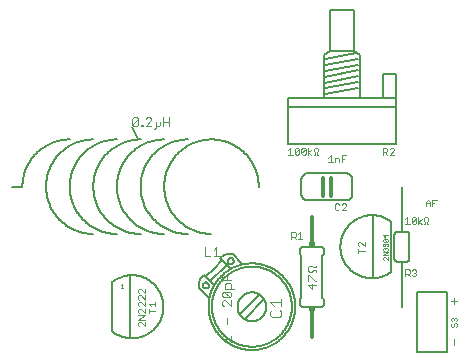
<source format=gto>
G75*
%MOIN*%
%OFA0B0*%
%FSLAX25Y25*%
%IPPOS*%
%LPD*%
%AMOC8*
5,1,8,0,0,1.08239X$1,22.5*
%
%ADD10C,0.00500*%
%ADD11C,0.00300*%
%ADD12C,0.00600*%
%ADD13C,0.01200*%
%ADD14C,0.00200*%
%ADD15R,0.02000X0.01500*%
%ADD16C,0.00800*%
%ADD17C,0.00700*%
%ADD18R,0.01000X0.01500*%
%ADD19C,0.00100*%
D10*
X0044500Y0012752D02*
X0044500Y0029248D01*
X0050500Y0031488D02*
X0050500Y0010512D01*
X0046622Y0011454D02*
X0046397Y0011561D01*
X0046174Y0011673D01*
X0045954Y0011790D01*
X0045737Y0011912D01*
X0045522Y0012040D01*
X0045311Y0012173D01*
X0045103Y0012310D01*
X0044899Y0012453D01*
X0044697Y0012600D01*
X0044500Y0012752D01*
X0050500Y0010512D02*
X0050756Y0010503D01*
X0051012Y0010500D01*
X0051268Y0010503D01*
X0051524Y0010513D01*
X0051779Y0010529D01*
X0052034Y0010551D01*
X0052289Y0010579D01*
X0052542Y0010614D01*
X0052795Y0010655D01*
X0053047Y0010701D01*
X0053297Y0010754D01*
X0053546Y0010813D01*
X0053794Y0010879D01*
X0054040Y0010950D01*
X0054284Y0011027D01*
X0054526Y0011110D01*
X0054766Y0011199D01*
X0055004Y0011293D01*
X0055239Y0011394D01*
X0055472Y0011500D01*
X0050500Y0010512D02*
X0050243Y0010527D01*
X0049986Y0010549D01*
X0049730Y0010577D01*
X0049475Y0010611D01*
X0049221Y0010652D01*
X0048968Y0010699D01*
X0048716Y0010752D01*
X0048465Y0010811D01*
X0048216Y0010876D01*
X0047969Y0010947D01*
X0047723Y0011024D01*
X0047479Y0011108D01*
X0047238Y0011197D01*
X0046999Y0011292D01*
X0046762Y0011393D01*
X0046528Y0011500D01*
X0050500Y0031488D02*
X0050756Y0031497D01*
X0051012Y0031500D01*
X0051268Y0031497D01*
X0051524Y0031487D01*
X0051779Y0031471D01*
X0052034Y0031449D01*
X0052289Y0031421D01*
X0052542Y0031386D01*
X0052795Y0031345D01*
X0053047Y0031299D01*
X0053297Y0031246D01*
X0053546Y0031187D01*
X0053794Y0031121D01*
X0054040Y0031050D01*
X0054284Y0030973D01*
X0054526Y0030890D01*
X0054766Y0030801D01*
X0055004Y0030707D01*
X0055239Y0030606D01*
X0055472Y0030500D01*
X0046528Y0030502D02*
X0046313Y0030398D01*
X0046100Y0030289D01*
X0045890Y0030175D01*
X0045683Y0030056D01*
X0045478Y0029933D01*
X0045276Y0029805D01*
X0045077Y0029672D01*
X0044882Y0029535D01*
X0044689Y0029394D01*
X0044500Y0029248D01*
X0055472Y0030500D02*
X0055702Y0030388D01*
X0055929Y0030271D01*
X0056153Y0030149D01*
X0056374Y0030021D01*
X0056591Y0029887D01*
X0056806Y0029749D01*
X0057017Y0029605D01*
X0057224Y0029456D01*
X0057428Y0029302D01*
X0057628Y0029144D01*
X0057824Y0028980D01*
X0058016Y0028812D01*
X0058204Y0028639D01*
X0058388Y0028461D01*
X0058567Y0028280D01*
X0058742Y0028093D01*
X0058912Y0027903D01*
X0059077Y0027709D01*
X0059238Y0027510D01*
X0059394Y0027308D01*
X0059545Y0027102D01*
X0059691Y0026892D01*
X0059831Y0026679D01*
X0059967Y0026463D01*
X0060097Y0026243D01*
X0060222Y0026020D01*
X0060341Y0025795D01*
X0060455Y0025566D01*
X0060563Y0025335D01*
X0060666Y0025101D01*
X0060763Y0024865D01*
X0060854Y0024626D01*
X0060939Y0024386D01*
X0061019Y0024143D01*
X0061092Y0023898D01*
X0061160Y0023652D01*
X0061221Y0023404D01*
X0061276Y0023155D01*
X0061326Y0022905D01*
X0061369Y0022653D01*
X0061406Y0022400D01*
X0061437Y0022147D01*
X0061462Y0021893D01*
X0061481Y0021638D01*
X0061493Y0021383D01*
X0061499Y0021128D01*
X0061499Y0020872D01*
X0061493Y0020617D01*
X0061481Y0020362D01*
X0061462Y0020107D01*
X0061437Y0019853D01*
X0061406Y0019600D01*
X0061369Y0019347D01*
X0061326Y0019095D01*
X0061276Y0018845D01*
X0061221Y0018596D01*
X0061160Y0018348D01*
X0061092Y0018102D01*
X0061019Y0017857D01*
X0060939Y0017614D01*
X0060854Y0017374D01*
X0060763Y0017135D01*
X0060666Y0016899D01*
X0060563Y0016665D01*
X0060455Y0016434D01*
X0060341Y0016205D01*
X0060222Y0015980D01*
X0060097Y0015757D01*
X0059967Y0015537D01*
X0059831Y0015321D01*
X0059691Y0015108D01*
X0059545Y0014898D01*
X0059394Y0014692D01*
X0059238Y0014490D01*
X0059077Y0014291D01*
X0058912Y0014097D01*
X0058742Y0013907D01*
X0058567Y0013720D01*
X0058388Y0013539D01*
X0058204Y0013361D01*
X0058016Y0013188D01*
X0057824Y0013020D01*
X0057628Y0012856D01*
X0057428Y0012698D01*
X0057224Y0012544D01*
X0057017Y0012395D01*
X0056806Y0012251D01*
X0056591Y0012113D01*
X0056374Y0011979D01*
X0056153Y0011851D01*
X0055929Y0011729D01*
X0055702Y0011612D01*
X0055472Y0011500D01*
X0050500Y0031488D02*
X0050243Y0031473D01*
X0049986Y0031451D01*
X0049730Y0031423D01*
X0049475Y0031389D01*
X0049221Y0031348D01*
X0048968Y0031301D01*
X0048716Y0031248D01*
X0048465Y0031189D01*
X0048216Y0031124D01*
X0047969Y0031053D01*
X0047723Y0030976D01*
X0047479Y0030892D01*
X0047238Y0030803D01*
X0046999Y0030708D01*
X0046762Y0030607D01*
X0046528Y0030500D01*
X0073518Y0028803D02*
X0073405Y0027326D01*
X0076773Y0023958D01*
X0074640Y0028082D02*
X0074642Y0028145D01*
X0074648Y0028207D01*
X0074658Y0028269D01*
X0074671Y0028331D01*
X0074689Y0028391D01*
X0074710Y0028450D01*
X0074735Y0028508D01*
X0074764Y0028564D01*
X0074796Y0028618D01*
X0074831Y0028670D01*
X0074869Y0028719D01*
X0074911Y0028767D01*
X0074955Y0028811D01*
X0075003Y0028853D01*
X0075052Y0028891D01*
X0075104Y0028926D01*
X0075158Y0028958D01*
X0075214Y0028987D01*
X0075272Y0029012D01*
X0075331Y0029033D01*
X0075391Y0029051D01*
X0075453Y0029064D01*
X0075515Y0029074D01*
X0075577Y0029080D01*
X0075640Y0029082D01*
X0075703Y0029080D01*
X0075765Y0029074D01*
X0075827Y0029064D01*
X0075889Y0029051D01*
X0075949Y0029033D01*
X0076008Y0029012D01*
X0076066Y0028987D01*
X0076122Y0028958D01*
X0076176Y0028926D01*
X0076228Y0028891D01*
X0076277Y0028853D01*
X0076325Y0028811D01*
X0076369Y0028767D01*
X0076411Y0028719D01*
X0076449Y0028670D01*
X0076484Y0028618D01*
X0076516Y0028564D01*
X0076545Y0028508D01*
X0076570Y0028450D01*
X0076591Y0028391D01*
X0076609Y0028331D01*
X0076622Y0028269D01*
X0076632Y0028207D01*
X0076638Y0028145D01*
X0076640Y0028082D01*
X0076638Y0028019D01*
X0076632Y0027957D01*
X0076622Y0027895D01*
X0076609Y0027833D01*
X0076591Y0027773D01*
X0076570Y0027714D01*
X0076545Y0027656D01*
X0076516Y0027600D01*
X0076484Y0027546D01*
X0076449Y0027494D01*
X0076411Y0027445D01*
X0076369Y0027397D01*
X0076325Y0027353D01*
X0076277Y0027311D01*
X0076228Y0027273D01*
X0076176Y0027238D01*
X0076122Y0027206D01*
X0076066Y0027177D01*
X0076008Y0027152D01*
X0075949Y0027131D01*
X0075889Y0027113D01*
X0075827Y0027100D01*
X0075765Y0027090D01*
X0075703Y0027084D01*
X0075640Y0027082D01*
X0075577Y0027084D01*
X0075515Y0027090D01*
X0075453Y0027100D01*
X0075391Y0027113D01*
X0075331Y0027131D01*
X0075272Y0027152D01*
X0075214Y0027177D01*
X0075158Y0027206D01*
X0075104Y0027238D01*
X0075052Y0027273D01*
X0075003Y0027311D01*
X0074955Y0027353D01*
X0074911Y0027397D01*
X0074869Y0027445D01*
X0074831Y0027494D01*
X0074796Y0027546D01*
X0074764Y0027600D01*
X0074735Y0027656D01*
X0074710Y0027714D01*
X0074689Y0027773D01*
X0074671Y0027833D01*
X0074658Y0027895D01*
X0074648Y0027957D01*
X0074642Y0028019D01*
X0074640Y0028082D01*
X0073518Y0028803D02*
X0073630Y0030279D01*
X0074914Y0031563D01*
X0078261Y0028216D01*
X0077150Y0029461D02*
X0082557Y0034868D01*
X0083770Y0033725D02*
X0080423Y0037072D01*
X0081707Y0038355D01*
X0083178Y0038462D01*
X0084648Y0038569D01*
X0087857Y0035360D01*
X0082893Y0036280D02*
X0082895Y0036343D01*
X0082901Y0036405D01*
X0082911Y0036467D01*
X0082924Y0036529D01*
X0082942Y0036589D01*
X0082963Y0036648D01*
X0082988Y0036706D01*
X0083017Y0036762D01*
X0083049Y0036816D01*
X0083084Y0036868D01*
X0083122Y0036917D01*
X0083164Y0036965D01*
X0083208Y0037009D01*
X0083256Y0037051D01*
X0083305Y0037089D01*
X0083357Y0037124D01*
X0083411Y0037156D01*
X0083467Y0037185D01*
X0083525Y0037210D01*
X0083584Y0037231D01*
X0083644Y0037249D01*
X0083706Y0037262D01*
X0083768Y0037272D01*
X0083830Y0037278D01*
X0083893Y0037280D01*
X0083956Y0037278D01*
X0084018Y0037272D01*
X0084080Y0037262D01*
X0084142Y0037249D01*
X0084202Y0037231D01*
X0084261Y0037210D01*
X0084319Y0037185D01*
X0084375Y0037156D01*
X0084429Y0037124D01*
X0084481Y0037089D01*
X0084530Y0037051D01*
X0084578Y0037009D01*
X0084622Y0036965D01*
X0084664Y0036917D01*
X0084702Y0036868D01*
X0084737Y0036816D01*
X0084769Y0036762D01*
X0084798Y0036706D01*
X0084823Y0036648D01*
X0084844Y0036589D01*
X0084862Y0036529D01*
X0084875Y0036467D01*
X0084885Y0036405D01*
X0084891Y0036343D01*
X0084893Y0036280D01*
X0084891Y0036217D01*
X0084885Y0036155D01*
X0084875Y0036093D01*
X0084862Y0036031D01*
X0084844Y0035971D01*
X0084823Y0035912D01*
X0084798Y0035854D01*
X0084769Y0035798D01*
X0084737Y0035744D01*
X0084702Y0035692D01*
X0084664Y0035643D01*
X0084622Y0035595D01*
X0084578Y0035551D01*
X0084530Y0035509D01*
X0084481Y0035471D01*
X0084429Y0035436D01*
X0084375Y0035404D01*
X0084319Y0035375D01*
X0084261Y0035350D01*
X0084202Y0035329D01*
X0084142Y0035311D01*
X0084080Y0035298D01*
X0084018Y0035288D01*
X0083956Y0035282D01*
X0083893Y0035280D01*
X0083830Y0035282D01*
X0083768Y0035288D01*
X0083706Y0035298D01*
X0083644Y0035311D01*
X0083584Y0035329D01*
X0083525Y0035350D01*
X0083467Y0035375D01*
X0083411Y0035404D01*
X0083357Y0035436D01*
X0083305Y0035471D01*
X0083256Y0035509D01*
X0083208Y0035551D01*
X0083164Y0035595D01*
X0083122Y0035643D01*
X0083084Y0035692D01*
X0083049Y0035744D01*
X0083017Y0035798D01*
X0082988Y0035854D01*
X0082963Y0035912D01*
X0082942Y0035971D01*
X0082924Y0036031D01*
X0082911Y0036093D01*
X0082901Y0036155D01*
X0082895Y0036217D01*
X0082893Y0036280D01*
X0081060Y0036489D02*
X0078279Y0033708D01*
X0078278Y0033708D02*
X0075747Y0031177D01*
X0086991Y0018503D02*
X0093499Y0025012D01*
X0095104Y0023407D02*
X0088595Y0016899D01*
X0077665Y0021000D02*
X0077669Y0021327D01*
X0077681Y0021654D01*
X0077701Y0021981D01*
X0077729Y0022307D01*
X0077765Y0022632D01*
X0077809Y0022957D01*
X0077861Y0023280D01*
X0077921Y0023602D01*
X0077989Y0023922D01*
X0078065Y0024240D01*
X0078148Y0024557D01*
X0078239Y0024871D01*
X0078338Y0025183D01*
X0078445Y0025492D01*
X0078559Y0025799D01*
X0078680Y0026103D01*
X0078809Y0026404D01*
X0078945Y0026701D01*
X0079089Y0026996D01*
X0079240Y0027286D01*
X0079397Y0027573D01*
X0079562Y0027856D01*
X0079734Y0028134D01*
X0079912Y0028409D01*
X0080098Y0028678D01*
X0080289Y0028944D01*
X0080487Y0029204D01*
X0080692Y0029460D01*
X0080903Y0029710D01*
X0081119Y0029955D01*
X0081342Y0030195D01*
X0081571Y0030429D01*
X0081805Y0030658D01*
X0082045Y0030881D01*
X0082290Y0031097D01*
X0082540Y0031308D01*
X0082796Y0031513D01*
X0083056Y0031711D01*
X0083322Y0031902D01*
X0083591Y0032088D01*
X0083866Y0032266D01*
X0084144Y0032438D01*
X0084427Y0032603D01*
X0084714Y0032760D01*
X0085004Y0032911D01*
X0085299Y0033055D01*
X0085596Y0033191D01*
X0085897Y0033320D01*
X0086201Y0033441D01*
X0086508Y0033555D01*
X0086817Y0033662D01*
X0087129Y0033761D01*
X0087443Y0033852D01*
X0087760Y0033935D01*
X0088078Y0034011D01*
X0088398Y0034079D01*
X0088720Y0034139D01*
X0089043Y0034191D01*
X0089368Y0034235D01*
X0089693Y0034271D01*
X0090019Y0034299D01*
X0090346Y0034319D01*
X0090673Y0034331D01*
X0091000Y0034335D01*
X0091327Y0034331D01*
X0091654Y0034319D01*
X0091981Y0034299D01*
X0092307Y0034271D01*
X0092632Y0034235D01*
X0092957Y0034191D01*
X0093280Y0034139D01*
X0093602Y0034079D01*
X0093922Y0034011D01*
X0094240Y0033935D01*
X0094557Y0033852D01*
X0094871Y0033761D01*
X0095183Y0033662D01*
X0095492Y0033555D01*
X0095799Y0033441D01*
X0096103Y0033320D01*
X0096404Y0033191D01*
X0096701Y0033055D01*
X0096996Y0032911D01*
X0097286Y0032760D01*
X0097573Y0032603D01*
X0097856Y0032438D01*
X0098134Y0032266D01*
X0098409Y0032088D01*
X0098678Y0031902D01*
X0098944Y0031711D01*
X0099204Y0031513D01*
X0099460Y0031308D01*
X0099710Y0031097D01*
X0099955Y0030881D01*
X0100195Y0030658D01*
X0100429Y0030429D01*
X0100658Y0030195D01*
X0100881Y0029955D01*
X0101097Y0029710D01*
X0101308Y0029460D01*
X0101513Y0029204D01*
X0101711Y0028944D01*
X0101902Y0028678D01*
X0102088Y0028409D01*
X0102266Y0028134D01*
X0102438Y0027856D01*
X0102603Y0027573D01*
X0102760Y0027286D01*
X0102911Y0026996D01*
X0103055Y0026701D01*
X0103191Y0026404D01*
X0103320Y0026103D01*
X0103441Y0025799D01*
X0103555Y0025492D01*
X0103662Y0025183D01*
X0103761Y0024871D01*
X0103852Y0024557D01*
X0103935Y0024240D01*
X0104011Y0023922D01*
X0104079Y0023602D01*
X0104139Y0023280D01*
X0104191Y0022957D01*
X0104235Y0022632D01*
X0104271Y0022307D01*
X0104299Y0021981D01*
X0104319Y0021654D01*
X0104331Y0021327D01*
X0104335Y0021000D01*
X0104331Y0020673D01*
X0104319Y0020346D01*
X0104299Y0020019D01*
X0104271Y0019693D01*
X0104235Y0019368D01*
X0104191Y0019043D01*
X0104139Y0018720D01*
X0104079Y0018398D01*
X0104011Y0018078D01*
X0103935Y0017760D01*
X0103852Y0017443D01*
X0103761Y0017129D01*
X0103662Y0016817D01*
X0103555Y0016508D01*
X0103441Y0016201D01*
X0103320Y0015897D01*
X0103191Y0015596D01*
X0103055Y0015299D01*
X0102911Y0015004D01*
X0102760Y0014714D01*
X0102603Y0014427D01*
X0102438Y0014144D01*
X0102266Y0013866D01*
X0102088Y0013591D01*
X0101902Y0013322D01*
X0101711Y0013056D01*
X0101513Y0012796D01*
X0101308Y0012540D01*
X0101097Y0012290D01*
X0100881Y0012045D01*
X0100658Y0011805D01*
X0100429Y0011571D01*
X0100195Y0011342D01*
X0099955Y0011119D01*
X0099710Y0010903D01*
X0099460Y0010692D01*
X0099204Y0010487D01*
X0098944Y0010289D01*
X0098678Y0010098D01*
X0098409Y0009912D01*
X0098134Y0009734D01*
X0097856Y0009562D01*
X0097573Y0009397D01*
X0097286Y0009240D01*
X0096996Y0009089D01*
X0096701Y0008945D01*
X0096404Y0008809D01*
X0096103Y0008680D01*
X0095799Y0008559D01*
X0095492Y0008445D01*
X0095183Y0008338D01*
X0094871Y0008239D01*
X0094557Y0008148D01*
X0094240Y0008065D01*
X0093922Y0007989D01*
X0093602Y0007921D01*
X0093280Y0007861D01*
X0092957Y0007809D01*
X0092632Y0007765D01*
X0092307Y0007729D01*
X0091981Y0007701D01*
X0091654Y0007681D01*
X0091327Y0007669D01*
X0091000Y0007665D01*
X0090673Y0007669D01*
X0090346Y0007681D01*
X0090019Y0007701D01*
X0089693Y0007729D01*
X0089368Y0007765D01*
X0089043Y0007809D01*
X0088720Y0007861D01*
X0088398Y0007921D01*
X0088078Y0007989D01*
X0087760Y0008065D01*
X0087443Y0008148D01*
X0087129Y0008239D01*
X0086817Y0008338D01*
X0086508Y0008445D01*
X0086201Y0008559D01*
X0085897Y0008680D01*
X0085596Y0008809D01*
X0085299Y0008945D01*
X0085004Y0009089D01*
X0084714Y0009240D01*
X0084427Y0009397D01*
X0084144Y0009562D01*
X0083866Y0009734D01*
X0083591Y0009912D01*
X0083322Y0010098D01*
X0083056Y0010289D01*
X0082796Y0010487D01*
X0082540Y0010692D01*
X0082290Y0010903D01*
X0082045Y0011119D01*
X0081805Y0011342D01*
X0081571Y0011571D01*
X0081342Y0011805D01*
X0081119Y0012045D01*
X0080903Y0012290D01*
X0080692Y0012540D01*
X0080487Y0012796D01*
X0080289Y0013056D01*
X0080098Y0013322D01*
X0079912Y0013591D01*
X0079734Y0013866D01*
X0079562Y0014144D01*
X0079397Y0014427D01*
X0079240Y0014714D01*
X0079089Y0015004D01*
X0078945Y0015299D01*
X0078809Y0015596D01*
X0078680Y0015897D01*
X0078559Y0016201D01*
X0078445Y0016508D01*
X0078338Y0016817D01*
X0078239Y0017129D01*
X0078148Y0017443D01*
X0078065Y0017760D01*
X0077989Y0018078D01*
X0077921Y0018398D01*
X0077861Y0018720D01*
X0077809Y0019043D01*
X0077765Y0019368D01*
X0077729Y0019693D01*
X0077701Y0020019D01*
X0077681Y0020346D01*
X0077669Y0020673D01*
X0077665Y0021000D01*
X0076556Y0021000D02*
X0076560Y0021354D01*
X0076573Y0021709D01*
X0076595Y0022063D01*
X0076626Y0022416D01*
X0076665Y0022768D01*
X0076712Y0023119D01*
X0076769Y0023469D01*
X0076834Y0023818D01*
X0076907Y0024165D01*
X0076989Y0024510D01*
X0077079Y0024852D01*
X0077178Y0025193D01*
X0077285Y0025531D01*
X0077400Y0025866D01*
X0077524Y0026198D01*
X0077655Y0026527D01*
X0077795Y0026853D01*
X0077943Y0027176D01*
X0078098Y0027494D01*
X0078262Y0027809D01*
X0078432Y0028119D01*
X0078611Y0028426D01*
X0078797Y0028728D01*
X0078990Y0029025D01*
X0079191Y0029317D01*
X0079398Y0029604D01*
X0079613Y0029886D01*
X0079835Y0030163D01*
X0080063Y0030434D01*
X0080298Y0030700D01*
X0080539Y0030960D01*
X0080787Y0031213D01*
X0081040Y0031461D01*
X0081300Y0031702D01*
X0081566Y0031937D01*
X0081837Y0032165D01*
X0082114Y0032387D01*
X0082396Y0032602D01*
X0082683Y0032809D01*
X0082975Y0033010D01*
X0083272Y0033203D01*
X0083574Y0033389D01*
X0083881Y0033568D01*
X0084191Y0033738D01*
X0084506Y0033902D01*
X0084824Y0034057D01*
X0085147Y0034205D01*
X0085473Y0034345D01*
X0085802Y0034476D01*
X0086134Y0034600D01*
X0086469Y0034715D01*
X0086807Y0034822D01*
X0087148Y0034921D01*
X0087490Y0035011D01*
X0087835Y0035093D01*
X0088182Y0035166D01*
X0088531Y0035231D01*
X0088881Y0035288D01*
X0089232Y0035335D01*
X0089584Y0035374D01*
X0089937Y0035405D01*
X0090291Y0035427D01*
X0090646Y0035440D01*
X0091000Y0035444D01*
X0091354Y0035440D01*
X0091709Y0035427D01*
X0092063Y0035405D01*
X0092416Y0035374D01*
X0092768Y0035335D01*
X0093119Y0035288D01*
X0093469Y0035231D01*
X0093818Y0035166D01*
X0094165Y0035093D01*
X0094510Y0035011D01*
X0094852Y0034921D01*
X0095193Y0034822D01*
X0095531Y0034715D01*
X0095866Y0034600D01*
X0096198Y0034476D01*
X0096527Y0034345D01*
X0096853Y0034205D01*
X0097176Y0034057D01*
X0097494Y0033902D01*
X0097809Y0033738D01*
X0098119Y0033568D01*
X0098426Y0033389D01*
X0098728Y0033203D01*
X0099025Y0033010D01*
X0099317Y0032809D01*
X0099604Y0032602D01*
X0099886Y0032387D01*
X0100163Y0032165D01*
X0100434Y0031937D01*
X0100700Y0031702D01*
X0100960Y0031461D01*
X0101213Y0031213D01*
X0101461Y0030960D01*
X0101702Y0030700D01*
X0101937Y0030434D01*
X0102165Y0030163D01*
X0102387Y0029886D01*
X0102602Y0029604D01*
X0102809Y0029317D01*
X0103010Y0029025D01*
X0103203Y0028728D01*
X0103389Y0028426D01*
X0103568Y0028119D01*
X0103738Y0027809D01*
X0103902Y0027494D01*
X0104057Y0027176D01*
X0104205Y0026853D01*
X0104345Y0026527D01*
X0104476Y0026198D01*
X0104600Y0025866D01*
X0104715Y0025531D01*
X0104822Y0025193D01*
X0104921Y0024852D01*
X0105011Y0024510D01*
X0105093Y0024165D01*
X0105166Y0023818D01*
X0105231Y0023469D01*
X0105288Y0023119D01*
X0105335Y0022768D01*
X0105374Y0022416D01*
X0105405Y0022063D01*
X0105427Y0021709D01*
X0105440Y0021354D01*
X0105444Y0021000D01*
X0105440Y0020646D01*
X0105427Y0020291D01*
X0105405Y0019937D01*
X0105374Y0019584D01*
X0105335Y0019232D01*
X0105288Y0018881D01*
X0105231Y0018531D01*
X0105166Y0018182D01*
X0105093Y0017835D01*
X0105011Y0017490D01*
X0104921Y0017148D01*
X0104822Y0016807D01*
X0104715Y0016469D01*
X0104600Y0016134D01*
X0104476Y0015802D01*
X0104345Y0015473D01*
X0104205Y0015147D01*
X0104057Y0014824D01*
X0103902Y0014506D01*
X0103738Y0014191D01*
X0103568Y0013881D01*
X0103389Y0013574D01*
X0103203Y0013272D01*
X0103010Y0012975D01*
X0102809Y0012683D01*
X0102602Y0012396D01*
X0102387Y0012114D01*
X0102165Y0011837D01*
X0101937Y0011566D01*
X0101702Y0011300D01*
X0101461Y0011040D01*
X0101213Y0010787D01*
X0100960Y0010539D01*
X0100700Y0010298D01*
X0100434Y0010063D01*
X0100163Y0009835D01*
X0099886Y0009613D01*
X0099604Y0009398D01*
X0099317Y0009191D01*
X0099025Y0008990D01*
X0098728Y0008797D01*
X0098426Y0008611D01*
X0098119Y0008432D01*
X0097809Y0008262D01*
X0097494Y0008098D01*
X0097176Y0007943D01*
X0096853Y0007795D01*
X0096527Y0007655D01*
X0096198Y0007524D01*
X0095866Y0007400D01*
X0095531Y0007285D01*
X0095193Y0007178D01*
X0094852Y0007079D01*
X0094510Y0006989D01*
X0094165Y0006907D01*
X0093818Y0006834D01*
X0093469Y0006769D01*
X0093119Y0006712D01*
X0092768Y0006665D01*
X0092416Y0006626D01*
X0092063Y0006595D01*
X0091709Y0006573D01*
X0091354Y0006560D01*
X0091000Y0006556D01*
X0090646Y0006560D01*
X0090291Y0006573D01*
X0089937Y0006595D01*
X0089584Y0006626D01*
X0089232Y0006665D01*
X0088881Y0006712D01*
X0088531Y0006769D01*
X0088182Y0006834D01*
X0087835Y0006907D01*
X0087490Y0006989D01*
X0087148Y0007079D01*
X0086807Y0007178D01*
X0086469Y0007285D01*
X0086134Y0007400D01*
X0085802Y0007524D01*
X0085473Y0007655D01*
X0085147Y0007795D01*
X0084824Y0007943D01*
X0084506Y0008098D01*
X0084191Y0008262D01*
X0083881Y0008432D01*
X0083574Y0008611D01*
X0083272Y0008797D01*
X0082975Y0008990D01*
X0082683Y0009191D01*
X0082396Y0009398D01*
X0082114Y0009613D01*
X0081837Y0009835D01*
X0081566Y0010063D01*
X0081300Y0010298D01*
X0081040Y0010539D01*
X0080787Y0010787D01*
X0080539Y0011040D01*
X0080298Y0011300D01*
X0080063Y0011566D01*
X0079835Y0011837D01*
X0079613Y0012114D01*
X0079398Y0012396D01*
X0079191Y0012683D01*
X0078990Y0012975D01*
X0078797Y0013272D01*
X0078611Y0013574D01*
X0078432Y0013881D01*
X0078262Y0014191D01*
X0078098Y0014506D01*
X0077943Y0014824D01*
X0077795Y0015147D01*
X0077655Y0015473D01*
X0077524Y0015802D01*
X0077400Y0016134D01*
X0077285Y0016469D01*
X0077178Y0016807D01*
X0077079Y0017148D01*
X0076989Y0017490D01*
X0076907Y0017835D01*
X0076834Y0018182D01*
X0076769Y0018531D01*
X0076712Y0018881D01*
X0076665Y0019232D01*
X0076626Y0019584D01*
X0076595Y0019937D01*
X0076573Y0020291D01*
X0076560Y0020646D01*
X0076556Y0021000D01*
X0086200Y0021000D02*
X0086202Y0021138D01*
X0086208Y0021277D01*
X0086218Y0021415D01*
X0086232Y0021552D01*
X0086250Y0021689D01*
X0086272Y0021826D01*
X0086297Y0021962D01*
X0086327Y0022097D01*
X0086361Y0022231D01*
X0086398Y0022364D01*
X0086439Y0022496D01*
X0086484Y0022627D01*
X0086533Y0022757D01*
X0086585Y0022885D01*
X0086642Y0023011D01*
X0086701Y0023136D01*
X0086765Y0023259D01*
X0086832Y0023380D01*
X0086902Y0023499D01*
X0086976Y0023616D01*
X0087053Y0023731D01*
X0087133Y0023844D01*
X0087217Y0023954D01*
X0087303Y0024062D01*
X0087393Y0024167D01*
X0087486Y0024270D01*
X0087582Y0024370D01*
X0087680Y0024467D01*
X0087781Y0024561D01*
X0087885Y0024652D01*
X0087992Y0024740D01*
X0088101Y0024826D01*
X0088212Y0024908D01*
X0088326Y0024986D01*
X0088442Y0025062D01*
X0088560Y0025134D01*
X0088680Y0025202D01*
X0088802Y0025267D01*
X0088926Y0025329D01*
X0089052Y0025387D01*
X0089179Y0025441D01*
X0089308Y0025492D01*
X0089438Y0025539D01*
X0089569Y0025582D01*
X0089702Y0025621D01*
X0089836Y0025657D01*
X0089970Y0025688D01*
X0090106Y0025716D01*
X0090242Y0025740D01*
X0090379Y0025760D01*
X0090517Y0025776D01*
X0090654Y0025788D01*
X0090793Y0025796D01*
X0090931Y0025800D01*
X0091069Y0025800D01*
X0091207Y0025796D01*
X0091346Y0025788D01*
X0091483Y0025776D01*
X0091621Y0025760D01*
X0091758Y0025740D01*
X0091894Y0025716D01*
X0092030Y0025688D01*
X0092164Y0025657D01*
X0092298Y0025621D01*
X0092431Y0025582D01*
X0092562Y0025539D01*
X0092692Y0025492D01*
X0092821Y0025441D01*
X0092948Y0025387D01*
X0093074Y0025329D01*
X0093198Y0025267D01*
X0093320Y0025202D01*
X0093440Y0025134D01*
X0093558Y0025062D01*
X0093674Y0024986D01*
X0093788Y0024908D01*
X0093899Y0024826D01*
X0094008Y0024740D01*
X0094115Y0024652D01*
X0094219Y0024561D01*
X0094320Y0024467D01*
X0094418Y0024370D01*
X0094514Y0024270D01*
X0094607Y0024167D01*
X0094697Y0024062D01*
X0094783Y0023954D01*
X0094867Y0023844D01*
X0094947Y0023731D01*
X0095024Y0023616D01*
X0095098Y0023499D01*
X0095168Y0023380D01*
X0095235Y0023259D01*
X0095299Y0023136D01*
X0095358Y0023011D01*
X0095415Y0022885D01*
X0095467Y0022757D01*
X0095516Y0022627D01*
X0095561Y0022496D01*
X0095602Y0022364D01*
X0095639Y0022231D01*
X0095673Y0022097D01*
X0095703Y0021962D01*
X0095728Y0021826D01*
X0095750Y0021689D01*
X0095768Y0021552D01*
X0095782Y0021415D01*
X0095792Y0021277D01*
X0095798Y0021138D01*
X0095800Y0021000D01*
X0095798Y0020862D01*
X0095792Y0020723D01*
X0095782Y0020585D01*
X0095768Y0020448D01*
X0095750Y0020311D01*
X0095728Y0020174D01*
X0095703Y0020038D01*
X0095673Y0019903D01*
X0095639Y0019769D01*
X0095602Y0019636D01*
X0095561Y0019504D01*
X0095516Y0019373D01*
X0095467Y0019243D01*
X0095415Y0019115D01*
X0095358Y0018989D01*
X0095299Y0018864D01*
X0095235Y0018741D01*
X0095168Y0018620D01*
X0095098Y0018501D01*
X0095024Y0018384D01*
X0094947Y0018269D01*
X0094867Y0018156D01*
X0094783Y0018046D01*
X0094697Y0017938D01*
X0094607Y0017833D01*
X0094514Y0017730D01*
X0094418Y0017630D01*
X0094320Y0017533D01*
X0094219Y0017439D01*
X0094115Y0017348D01*
X0094008Y0017260D01*
X0093899Y0017174D01*
X0093788Y0017092D01*
X0093674Y0017014D01*
X0093558Y0016938D01*
X0093440Y0016866D01*
X0093320Y0016798D01*
X0093198Y0016733D01*
X0093074Y0016671D01*
X0092948Y0016613D01*
X0092821Y0016559D01*
X0092692Y0016508D01*
X0092562Y0016461D01*
X0092431Y0016418D01*
X0092298Y0016379D01*
X0092164Y0016343D01*
X0092030Y0016312D01*
X0091894Y0016284D01*
X0091758Y0016260D01*
X0091621Y0016240D01*
X0091483Y0016224D01*
X0091346Y0016212D01*
X0091207Y0016204D01*
X0091069Y0016200D01*
X0090931Y0016200D01*
X0090793Y0016204D01*
X0090654Y0016212D01*
X0090517Y0016224D01*
X0090379Y0016240D01*
X0090242Y0016260D01*
X0090106Y0016284D01*
X0089970Y0016312D01*
X0089836Y0016343D01*
X0089702Y0016379D01*
X0089569Y0016418D01*
X0089438Y0016461D01*
X0089308Y0016508D01*
X0089179Y0016559D01*
X0089052Y0016613D01*
X0088926Y0016671D01*
X0088802Y0016733D01*
X0088680Y0016798D01*
X0088560Y0016866D01*
X0088442Y0016938D01*
X0088326Y0017014D01*
X0088212Y0017092D01*
X0088101Y0017174D01*
X0087992Y0017260D01*
X0087885Y0017348D01*
X0087781Y0017439D01*
X0087680Y0017533D01*
X0087582Y0017630D01*
X0087486Y0017730D01*
X0087393Y0017833D01*
X0087303Y0017938D01*
X0087217Y0018046D01*
X0087133Y0018156D01*
X0087053Y0018269D01*
X0086976Y0018384D01*
X0086902Y0018501D01*
X0086832Y0018620D01*
X0086765Y0018741D01*
X0086701Y0018864D01*
X0086642Y0018989D01*
X0086585Y0019115D01*
X0086533Y0019243D01*
X0086484Y0019373D01*
X0086439Y0019504D01*
X0086398Y0019636D01*
X0086361Y0019769D01*
X0086327Y0019903D01*
X0086297Y0020038D01*
X0086272Y0020174D01*
X0086250Y0020311D01*
X0086232Y0020448D01*
X0086218Y0020585D01*
X0086208Y0020723D01*
X0086202Y0020862D01*
X0086200Y0021000D01*
X0135472Y0031498D02*
X0135687Y0031602D01*
X0135900Y0031711D01*
X0136110Y0031825D01*
X0136317Y0031944D01*
X0136522Y0032067D01*
X0136724Y0032195D01*
X0136923Y0032328D01*
X0137118Y0032465D01*
X0137311Y0032606D01*
X0137500Y0032752D01*
X0137500Y0049248D01*
X0131500Y0051488D02*
X0131500Y0030512D01*
X0131244Y0030503D01*
X0130988Y0030500D01*
X0130732Y0030503D01*
X0130476Y0030513D01*
X0130221Y0030529D01*
X0129966Y0030551D01*
X0129711Y0030579D01*
X0129458Y0030614D01*
X0129205Y0030655D01*
X0128953Y0030701D01*
X0128703Y0030754D01*
X0128454Y0030813D01*
X0128206Y0030879D01*
X0127960Y0030950D01*
X0127716Y0031027D01*
X0127474Y0031110D01*
X0127234Y0031199D01*
X0126996Y0031293D01*
X0126761Y0031394D01*
X0126528Y0031500D01*
X0131500Y0030512D02*
X0131757Y0030527D01*
X0132014Y0030549D01*
X0132270Y0030577D01*
X0132525Y0030611D01*
X0132779Y0030652D01*
X0133032Y0030699D01*
X0133284Y0030752D01*
X0133535Y0030811D01*
X0133784Y0030876D01*
X0134031Y0030947D01*
X0134277Y0031024D01*
X0134521Y0031108D01*
X0134762Y0031197D01*
X0135001Y0031292D01*
X0135238Y0031393D01*
X0135472Y0031500D01*
X0146000Y0026000D02*
X0146000Y0006000D01*
X0156000Y0006000D01*
X0156000Y0026000D01*
X0146000Y0026000D01*
X0131500Y0051488D02*
X0131244Y0051497D01*
X0130988Y0051500D01*
X0130732Y0051497D01*
X0130476Y0051487D01*
X0130221Y0051471D01*
X0129966Y0051449D01*
X0129711Y0051421D01*
X0129458Y0051386D01*
X0129205Y0051345D01*
X0128953Y0051299D01*
X0128703Y0051246D01*
X0128454Y0051187D01*
X0128206Y0051121D01*
X0127960Y0051050D01*
X0127716Y0050973D01*
X0127474Y0050890D01*
X0127234Y0050801D01*
X0126996Y0050707D01*
X0126761Y0050606D01*
X0126528Y0050500D01*
X0135378Y0050546D02*
X0135603Y0050439D01*
X0135826Y0050327D01*
X0136046Y0050210D01*
X0136263Y0050088D01*
X0136478Y0049960D01*
X0136689Y0049827D01*
X0136897Y0049690D01*
X0137101Y0049547D01*
X0137303Y0049400D01*
X0137500Y0049248D01*
X0126528Y0050500D02*
X0126298Y0050388D01*
X0126071Y0050271D01*
X0125847Y0050149D01*
X0125626Y0050021D01*
X0125409Y0049887D01*
X0125194Y0049749D01*
X0124983Y0049605D01*
X0124776Y0049456D01*
X0124572Y0049302D01*
X0124372Y0049144D01*
X0124176Y0048980D01*
X0123984Y0048812D01*
X0123796Y0048639D01*
X0123612Y0048461D01*
X0123433Y0048280D01*
X0123258Y0048093D01*
X0123088Y0047903D01*
X0122923Y0047709D01*
X0122762Y0047510D01*
X0122606Y0047308D01*
X0122455Y0047102D01*
X0122309Y0046892D01*
X0122169Y0046679D01*
X0122033Y0046463D01*
X0121903Y0046243D01*
X0121778Y0046020D01*
X0121659Y0045795D01*
X0121545Y0045566D01*
X0121437Y0045335D01*
X0121334Y0045101D01*
X0121237Y0044865D01*
X0121146Y0044626D01*
X0121061Y0044386D01*
X0120981Y0044143D01*
X0120908Y0043898D01*
X0120840Y0043652D01*
X0120779Y0043404D01*
X0120724Y0043155D01*
X0120674Y0042905D01*
X0120631Y0042653D01*
X0120594Y0042400D01*
X0120563Y0042147D01*
X0120538Y0041893D01*
X0120519Y0041638D01*
X0120507Y0041383D01*
X0120501Y0041128D01*
X0120501Y0040872D01*
X0120507Y0040617D01*
X0120519Y0040362D01*
X0120538Y0040107D01*
X0120563Y0039853D01*
X0120594Y0039600D01*
X0120631Y0039347D01*
X0120674Y0039095D01*
X0120724Y0038845D01*
X0120779Y0038596D01*
X0120840Y0038348D01*
X0120908Y0038102D01*
X0120981Y0037857D01*
X0121061Y0037614D01*
X0121146Y0037374D01*
X0121237Y0037135D01*
X0121334Y0036899D01*
X0121437Y0036665D01*
X0121545Y0036434D01*
X0121659Y0036205D01*
X0121778Y0035980D01*
X0121903Y0035757D01*
X0122033Y0035537D01*
X0122169Y0035321D01*
X0122309Y0035108D01*
X0122455Y0034898D01*
X0122606Y0034692D01*
X0122762Y0034490D01*
X0122923Y0034291D01*
X0123088Y0034097D01*
X0123258Y0033907D01*
X0123433Y0033720D01*
X0123612Y0033539D01*
X0123796Y0033361D01*
X0123984Y0033188D01*
X0124176Y0033020D01*
X0124372Y0032856D01*
X0124572Y0032698D01*
X0124776Y0032544D01*
X0124983Y0032395D01*
X0125194Y0032251D01*
X0125409Y0032113D01*
X0125626Y0031979D01*
X0125847Y0031851D01*
X0126071Y0031729D01*
X0126298Y0031612D01*
X0126528Y0031500D01*
X0131500Y0051488D02*
X0131757Y0051473D01*
X0132014Y0051451D01*
X0132270Y0051423D01*
X0132525Y0051389D01*
X0132779Y0051348D01*
X0133032Y0051301D01*
X0133284Y0051248D01*
X0133535Y0051189D01*
X0133784Y0051124D01*
X0134031Y0051053D01*
X0134277Y0050976D01*
X0134521Y0050892D01*
X0134762Y0050803D01*
X0135001Y0050708D01*
X0135238Y0050607D01*
X0135472Y0050500D01*
X0093244Y0061000D02*
X0093239Y0061381D01*
X0093226Y0061761D01*
X0093203Y0062141D01*
X0093170Y0062520D01*
X0093129Y0062898D01*
X0093079Y0063275D01*
X0093019Y0063651D01*
X0092951Y0064026D01*
X0092873Y0064398D01*
X0092786Y0064769D01*
X0092691Y0065137D01*
X0092586Y0065503D01*
X0092473Y0065866D01*
X0092351Y0066227D01*
X0092221Y0066584D01*
X0092081Y0066938D01*
X0091934Y0067289D01*
X0091777Y0067636D01*
X0091613Y0067979D01*
X0091440Y0068318D01*
X0091259Y0068653D01*
X0091070Y0068984D01*
X0090873Y0069309D01*
X0090669Y0069630D01*
X0090456Y0069946D01*
X0090236Y0070256D01*
X0090009Y0070562D01*
X0089774Y0070861D01*
X0089532Y0071155D01*
X0089284Y0071443D01*
X0089028Y0071725D01*
X0088765Y0072000D01*
X0088496Y0072269D01*
X0088221Y0072532D01*
X0087939Y0072788D01*
X0087651Y0073036D01*
X0087357Y0073278D01*
X0087058Y0073513D01*
X0086752Y0073740D01*
X0086442Y0073960D01*
X0086126Y0074173D01*
X0085805Y0074377D01*
X0085480Y0074574D01*
X0085149Y0074763D01*
X0084814Y0074944D01*
X0084475Y0075117D01*
X0084132Y0075281D01*
X0083785Y0075438D01*
X0083434Y0075585D01*
X0083080Y0075725D01*
X0082723Y0075855D01*
X0082362Y0075977D01*
X0081999Y0076090D01*
X0081633Y0076195D01*
X0081265Y0076290D01*
X0080894Y0076377D01*
X0080522Y0076455D01*
X0080147Y0076523D01*
X0079771Y0076583D01*
X0079394Y0076633D01*
X0079016Y0076674D01*
X0078637Y0076707D01*
X0078257Y0076730D01*
X0077877Y0076743D01*
X0077496Y0076748D01*
X0077115Y0076743D01*
X0076735Y0076730D01*
X0076355Y0076707D01*
X0075976Y0076674D01*
X0075598Y0076633D01*
X0075221Y0076583D01*
X0074845Y0076523D01*
X0074470Y0076455D01*
X0074098Y0076377D01*
X0073727Y0076290D01*
X0073359Y0076195D01*
X0072993Y0076090D01*
X0072630Y0075977D01*
X0072269Y0075855D01*
X0071912Y0075725D01*
X0071558Y0075585D01*
X0071207Y0075438D01*
X0070860Y0075281D01*
X0070517Y0075117D01*
X0070178Y0074944D01*
X0069843Y0074763D01*
X0069512Y0074574D01*
X0069187Y0074377D01*
X0068866Y0074173D01*
X0068550Y0073960D01*
X0068240Y0073740D01*
X0067934Y0073513D01*
X0067635Y0073278D01*
X0067341Y0073036D01*
X0067053Y0072788D01*
X0066771Y0072532D01*
X0066496Y0072269D01*
X0066227Y0072000D01*
X0065964Y0071725D01*
X0065708Y0071443D01*
X0065460Y0071155D01*
X0065218Y0070861D01*
X0064983Y0070562D01*
X0064756Y0070256D01*
X0064536Y0069946D01*
X0064323Y0069630D01*
X0064119Y0069309D01*
X0063922Y0068984D01*
X0063733Y0068653D01*
X0063552Y0068318D01*
X0063379Y0067979D01*
X0063215Y0067636D01*
X0063058Y0067289D01*
X0062911Y0066938D01*
X0062771Y0066584D01*
X0062641Y0066227D01*
X0062519Y0065866D01*
X0062406Y0065503D01*
X0062301Y0065137D01*
X0062206Y0064769D01*
X0062119Y0064398D01*
X0062041Y0064026D01*
X0061973Y0063651D01*
X0061913Y0063275D01*
X0061863Y0062898D01*
X0061822Y0062520D01*
X0061789Y0062141D01*
X0061766Y0061761D01*
X0061753Y0061381D01*
X0061748Y0061000D01*
X0061748Y0076748D02*
X0061367Y0076743D01*
X0060987Y0076730D01*
X0060607Y0076707D01*
X0060228Y0076674D01*
X0059850Y0076633D01*
X0059473Y0076583D01*
X0059097Y0076523D01*
X0058722Y0076455D01*
X0058350Y0076377D01*
X0057979Y0076290D01*
X0057611Y0076195D01*
X0057245Y0076090D01*
X0056882Y0075977D01*
X0056521Y0075855D01*
X0056164Y0075725D01*
X0055810Y0075585D01*
X0055459Y0075438D01*
X0055112Y0075281D01*
X0054769Y0075117D01*
X0054430Y0074944D01*
X0054095Y0074763D01*
X0053764Y0074574D01*
X0053439Y0074377D01*
X0053118Y0074173D01*
X0052802Y0073960D01*
X0052492Y0073740D01*
X0052186Y0073513D01*
X0051887Y0073278D01*
X0051593Y0073036D01*
X0051305Y0072788D01*
X0051023Y0072532D01*
X0050748Y0072269D01*
X0050479Y0072000D01*
X0050216Y0071725D01*
X0049960Y0071443D01*
X0049712Y0071155D01*
X0049470Y0070861D01*
X0049235Y0070562D01*
X0049008Y0070256D01*
X0048788Y0069946D01*
X0048575Y0069630D01*
X0048371Y0069309D01*
X0048174Y0068984D01*
X0047985Y0068653D01*
X0047804Y0068318D01*
X0047631Y0067979D01*
X0047467Y0067636D01*
X0047310Y0067289D01*
X0047163Y0066938D01*
X0047023Y0066584D01*
X0046893Y0066227D01*
X0046771Y0065866D01*
X0046658Y0065503D01*
X0046553Y0065137D01*
X0046458Y0064769D01*
X0046371Y0064398D01*
X0046293Y0064026D01*
X0046225Y0063651D01*
X0046165Y0063275D01*
X0046115Y0062898D01*
X0046074Y0062520D01*
X0046041Y0062141D01*
X0046018Y0061761D01*
X0046005Y0061381D01*
X0046000Y0061000D01*
X0046000Y0076748D02*
X0045619Y0076743D01*
X0045239Y0076730D01*
X0044859Y0076707D01*
X0044480Y0076674D01*
X0044102Y0076633D01*
X0043725Y0076583D01*
X0043349Y0076523D01*
X0042974Y0076455D01*
X0042602Y0076377D01*
X0042231Y0076290D01*
X0041863Y0076195D01*
X0041497Y0076090D01*
X0041134Y0075977D01*
X0040773Y0075855D01*
X0040416Y0075725D01*
X0040062Y0075585D01*
X0039711Y0075438D01*
X0039364Y0075281D01*
X0039021Y0075117D01*
X0038682Y0074944D01*
X0038347Y0074763D01*
X0038016Y0074574D01*
X0037691Y0074377D01*
X0037370Y0074173D01*
X0037054Y0073960D01*
X0036744Y0073740D01*
X0036438Y0073513D01*
X0036139Y0073278D01*
X0035845Y0073036D01*
X0035557Y0072788D01*
X0035275Y0072532D01*
X0035000Y0072269D01*
X0034731Y0072000D01*
X0034468Y0071725D01*
X0034212Y0071443D01*
X0033964Y0071155D01*
X0033722Y0070861D01*
X0033487Y0070562D01*
X0033260Y0070256D01*
X0033040Y0069946D01*
X0032827Y0069630D01*
X0032623Y0069309D01*
X0032426Y0068984D01*
X0032237Y0068653D01*
X0032056Y0068318D01*
X0031883Y0067979D01*
X0031719Y0067636D01*
X0031562Y0067289D01*
X0031415Y0066938D01*
X0031275Y0066584D01*
X0031145Y0066227D01*
X0031023Y0065866D01*
X0030910Y0065503D01*
X0030805Y0065137D01*
X0030710Y0064769D01*
X0030623Y0064398D01*
X0030545Y0064026D01*
X0030477Y0063651D01*
X0030417Y0063275D01*
X0030367Y0062898D01*
X0030326Y0062520D01*
X0030293Y0062141D01*
X0030270Y0061761D01*
X0030257Y0061381D01*
X0030252Y0061000D01*
X0030252Y0076748D02*
X0029871Y0076743D01*
X0029491Y0076730D01*
X0029111Y0076707D01*
X0028732Y0076674D01*
X0028354Y0076633D01*
X0027977Y0076583D01*
X0027601Y0076523D01*
X0027226Y0076455D01*
X0026854Y0076377D01*
X0026483Y0076290D01*
X0026115Y0076195D01*
X0025749Y0076090D01*
X0025386Y0075977D01*
X0025025Y0075855D01*
X0024668Y0075725D01*
X0024314Y0075585D01*
X0023963Y0075438D01*
X0023616Y0075281D01*
X0023273Y0075117D01*
X0022934Y0074944D01*
X0022599Y0074763D01*
X0022268Y0074574D01*
X0021943Y0074377D01*
X0021622Y0074173D01*
X0021306Y0073960D01*
X0020996Y0073740D01*
X0020690Y0073513D01*
X0020391Y0073278D01*
X0020097Y0073036D01*
X0019809Y0072788D01*
X0019527Y0072532D01*
X0019252Y0072269D01*
X0018983Y0072000D01*
X0018720Y0071725D01*
X0018464Y0071443D01*
X0018216Y0071155D01*
X0017974Y0070861D01*
X0017739Y0070562D01*
X0017512Y0070256D01*
X0017292Y0069946D01*
X0017079Y0069630D01*
X0016875Y0069309D01*
X0016678Y0068984D01*
X0016489Y0068653D01*
X0016308Y0068318D01*
X0016135Y0067979D01*
X0015971Y0067636D01*
X0015814Y0067289D01*
X0015667Y0066938D01*
X0015527Y0066584D01*
X0015397Y0066227D01*
X0015275Y0065866D01*
X0015162Y0065503D01*
X0015057Y0065137D01*
X0014962Y0064769D01*
X0014875Y0064398D01*
X0014797Y0064026D01*
X0014729Y0063651D01*
X0014669Y0063275D01*
X0014619Y0062898D01*
X0014578Y0062520D01*
X0014545Y0062141D01*
X0014522Y0061761D01*
X0014509Y0061381D01*
X0014504Y0061000D01*
X0011000Y0061000D01*
X0022378Y0061000D02*
X0022383Y0061381D01*
X0022396Y0061761D01*
X0022419Y0062141D01*
X0022452Y0062520D01*
X0022493Y0062898D01*
X0022543Y0063275D01*
X0022603Y0063651D01*
X0022671Y0064026D01*
X0022749Y0064398D01*
X0022836Y0064769D01*
X0022931Y0065137D01*
X0023036Y0065503D01*
X0023149Y0065866D01*
X0023271Y0066227D01*
X0023401Y0066584D01*
X0023541Y0066938D01*
X0023688Y0067289D01*
X0023845Y0067636D01*
X0024009Y0067979D01*
X0024182Y0068318D01*
X0024363Y0068653D01*
X0024552Y0068984D01*
X0024749Y0069309D01*
X0024953Y0069630D01*
X0025166Y0069946D01*
X0025386Y0070256D01*
X0025613Y0070562D01*
X0025848Y0070861D01*
X0026090Y0071155D01*
X0026338Y0071443D01*
X0026594Y0071725D01*
X0026857Y0072000D01*
X0027126Y0072269D01*
X0027401Y0072532D01*
X0027683Y0072788D01*
X0027971Y0073036D01*
X0028265Y0073278D01*
X0028564Y0073513D01*
X0028870Y0073740D01*
X0029180Y0073960D01*
X0029496Y0074173D01*
X0029817Y0074377D01*
X0030142Y0074574D01*
X0030473Y0074763D01*
X0030808Y0074944D01*
X0031147Y0075117D01*
X0031490Y0075281D01*
X0031837Y0075438D01*
X0032188Y0075585D01*
X0032542Y0075725D01*
X0032899Y0075855D01*
X0033260Y0075977D01*
X0033623Y0076090D01*
X0033989Y0076195D01*
X0034357Y0076290D01*
X0034728Y0076377D01*
X0035100Y0076455D01*
X0035475Y0076523D01*
X0035851Y0076583D01*
X0036228Y0076633D01*
X0036606Y0076674D01*
X0036985Y0076707D01*
X0037365Y0076730D01*
X0037745Y0076743D01*
X0038126Y0076748D01*
X0051000Y0081000D02*
X0053126Y0076748D01*
X0053874Y0076748D02*
X0053493Y0076743D01*
X0053113Y0076730D01*
X0052733Y0076707D01*
X0052354Y0076674D01*
X0051976Y0076633D01*
X0051599Y0076583D01*
X0051223Y0076523D01*
X0050848Y0076455D01*
X0050476Y0076377D01*
X0050105Y0076290D01*
X0049737Y0076195D01*
X0049371Y0076090D01*
X0049008Y0075977D01*
X0048647Y0075855D01*
X0048290Y0075725D01*
X0047936Y0075585D01*
X0047585Y0075438D01*
X0047238Y0075281D01*
X0046895Y0075117D01*
X0046556Y0074944D01*
X0046221Y0074763D01*
X0045890Y0074574D01*
X0045565Y0074377D01*
X0045244Y0074173D01*
X0044928Y0073960D01*
X0044618Y0073740D01*
X0044312Y0073513D01*
X0044013Y0073278D01*
X0043719Y0073036D01*
X0043431Y0072788D01*
X0043149Y0072532D01*
X0042874Y0072269D01*
X0042605Y0072000D01*
X0042342Y0071725D01*
X0042086Y0071443D01*
X0041838Y0071155D01*
X0041596Y0070861D01*
X0041361Y0070562D01*
X0041134Y0070256D01*
X0040914Y0069946D01*
X0040701Y0069630D01*
X0040497Y0069309D01*
X0040300Y0068984D01*
X0040111Y0068653D01*
X0039930Y0068318D01*
X0039757Y0067979D01*
X0039593Y0067636D01*
X0039436Y0067289D01*
X0039289Y0066938D01*
X0039149Y0066584D01*
X0039019Y0066227D01*
X0038897Y0065866D01*
X0038784Y0065503D01*
X0038679Y0065137D01*
X0038584Y0064769D01*
X0038497Y0064398D01*
X0038419Y0064026D01*
X0038351Y0063651D01*
X0038291Y0063275D01*
X0038241Y0062898D01*
X0038200Y0062520D01*
X0038167Y0062141D01*
X0038144Y0061761D01*
X0038131Y0061381D01*
X0038126Y0061000D01*
X0022378Y0061000D02*
X0022383Y0060619D01*
X0022396Y0060239D01*
X0022419Y0059859D01*
X0022452Y0059480D01*
X0022493Y0059102D01*
X0022543Y0058725D01*
X0022603Y0058349D01*
X0022671Y0057974D01*
X0022749Y0057602D01*
X0022836Y0057231D01*
X0022931Y0056863D01*
X0023036Y0056497D01*
X0023149Y0056134D01*
X0023271Y0055773D01*
X0023401Y0055416D01*
X0023541Y0055062D01*
X0023688Y0054711D01*
X0023845Y0054364D01*
X0024009Y0054021D01*
X0024182Y0053682D01*
X0024363Y0053347D01*
X0024552Y0053016D01*
X0024749Y0052691D01*
X0024953Y0052370D01*
X0025166Y0052054D01*
X0025386Y0051744D01*
X0025613Y0051438D01*
X0025848Y0051139D01*
X0026090Y0050845D01*
X0026338Y0050557D01*
X0026594Y0050275D01*
X0026857Y0050000D01*
X0027126Y0049731D01*
X0027401Y0049468D01*
X0027683Y0049212D01*
X0027971Y0048964D01*
X0028265Y0048722D01*
X0028564Y0048487D01*
X0028870Y0048260D01*
X0029180Y0048040D01*
X0029496Y0047827D01*
X0029817Y0047623D01*
X0030142Y0047426D01*
X0030473Y0047237D01*
X0030808Y0047056D01*
X0031147Y0046883D01*
X0031490Y0046719D01*
X0031837Y0046562D01*
X0032188Y0046415D01*
X0032542Y0046275D01*
X0032899Y0046145D01*
X0033260Y0046023D01*
X0033623Y0045910D01*
X0033989Y0045805D01*
X0034357Y0045710D01*
X0034728Y0045623D01*
X0035100Y0045545D01*
X0035475Y0045477D01*
X0035851Y0045417D01*
X0036228Y0045367D01*
X0036606Y0045326D01*
X0036985Y0045293D01*
X0037365Y0045270D01*
X0037745Y0045257D01*
X0038126Y0045252D01*
X0046000Y0045252D02*
X0045619Y0045257D01*
X0045239Y0045270D01*
X0044859Y0045293D01*
X0044480Y0045326D01*
X0044102Y0045367D01*
X0043725Y0045417D01*
X0043349Y0045477D01*
X0042974Y0045545D01*
X0042602Y0045623D01*
X0042231Y0045710D01*
X0041863Y0045805D01*
X0041497Y0045910D01*
X0041134Y0046023D01*
X0040773Y0046145D01*
X0040416Y0046275D01*
X0040062Y0046415D01*
X0039711Y0046562D01*
X0039364Y0046719D01*
X0039021Y0046883D01*
X0038682Y0047056D01*
X0038347Y0047237D01*
X0038016Y0047426D01*
X0037691Y0047623D01*
X0037370Y0047827D01*
X0037054Y0048040D01*
X0036744Y0048260D01*
X0036438Y0048487D01*
X0036139Y0048722D01*
X0035845Y0048964D01*
X0035557Y0049212D01*
X0035275Y0049468D01*
X0035000Y0049731D01*
X0034731Y0050000D01*
X0034468Y0050275D01*
X0034212Y0050557D01*
X0033964Y0050845D01*
X0033722Y0051139D01*
X0033487Y0051438D01*
X0033260Y0051744D01*
X0033040Y0052054D01*
X0032827Y0052370D01*
X0032623Y0052691D01*
X0032426Y0053016D01*
X0032237Y0053347D01*
X0032056Y0053682D01*
X0031883Y0054021D01*
X0031719Y0054364D01*
X0031562Y0054711D01*
X0031415Y0055062D01*
X0031275Y0055416D01*
X0031145Y0055773D01*
X0031023Y0056134D01*
X0030910Y0056497D01*
X0030805Y0056863D01*
X0030710Y0057231D01*
X0030623Y0057602D01*
X0030545Y0057974D01*
X0030477Y0058349D01*
X0030417Y0058725D01*
X0030367Y0059102D01*
X0030326Y0059480D01*
X0030293Y0059859D01*
X0030270Y0060239D01*
X0030257Y0060619D01*
X0030252Y0061000D01*
X0038126Y0061000D02*
X0038131Y0060619D01*
X0038144Y0060239D01*
X0038167Y0059859D01*
X0038200Y0059480D01*
X0038241Y0059102D01*
X0038291Y0058725D01*
X0038351Y0058349D01*
X0038419Y0057974D01*
X0038497Y0057602D01*
X0038584Y0057231D01*
X0038679Y0056863D01*
X0038784Y0056497D01*
X0038897Y0056134D01*
X0039019Y0055773D01*
X0039149Y0055416D01*
X0039289Y0055062D01*
X0039436Y0054711D01*
X0039593Y0054364D01*
X0039757Y0054021D01*
X0039930Y0053682D01*
X0040111Y0053347D01*
X0040300Y0053016D01*
X0040497Y0052691D01*
X0040701Y0052370D01*
X0040914Y0052054D01*
X0041134Y0051744D01*
X0041361Y0051438D01*
X0041596Y0051139D01*
X0041838Y0050845D01*
X0042086Y0050557D01*
X0042342Y0050275D01*
X0042605Y0050000D01*
X0042874Y0049731D01*
X0043149Y0049468D01*
X0043431Y0049212D01*
X0043719Y0048964D01*
X0044013Y0048722D01*
X0044312Y0048487D01*
X0044618Y0048260D01*
X0044928Y0048040D01*
X0045244Y0047827D01*
X0045565Y0047623D01*
X0045890Y0047426D01*
X0046221Y0047237D01*
X0046556Y0047056D01*
X0046895Y0046883D01*
X0047238Y0046719D01*
X0047585Y0046562D01*
X0047936Y0046415D01*
X0048290Y0046275D01*
X0048647Y0046145D01*
X0049008Y0046023D01*
X0049371Y0045910D01*
X0049737Y0045805D01*
X0050105Y0045710D01*
X0050476Y0045623D01*
X0050848Y0045545D01*
X0051223Y0045477D01*
X0051599Y0045417D01*
X0051976Y0045367D01*
X0052354Y0045326D01*
X0052733Y0045293D01*
X0053113Y0045270D01*
X0053493Y0045257D01*
X0053874Y0045252D01*
X0061748Y0045252D02*
X0061367Y0045257D01*
X0060987Y0045270D01*
X0060607Y0045293D01*
X0060228Y0045326D01*
X0059850Y0045367D01*
X0059473Y0045417D01*
X0059097Y0045477D01*
X0058722Y0045545D01*
X0058350Y0045623D01*
X0057979Y0045710D01*
X0057611Y0045805D01*
X0057245Y0045910D01*
X0056882Y0046023D01*
X0056521Y0046145D01*
X0056164Y0046275D01*
X0055810Y0046415D01*
X0055459Y0046562D01*
X0055112Y0046719D01*
X0054769Y0046883D01*
X0054430Y0047056D01*
X0054095Y0047237D01*
X0053764Y0047426D01*
X0053439Y0047623D01*
X0053118Y0047827D01*
X0052802Y0048040D01*
X0052492Y0048260D01*
X0052186Y0048487D01*
X0051887Y0048722D01*
X0051593Y0048964D01*
X0051305Y0049212D01*
X0051023Y0049468D01*
X0050748Y0049731D01*
X0050479Y0050000D01*
X0050216Y0050275D01*
X0049960Y0050557D01*
X0049712Y0050845D01*
X0049470Y0051139D01*
X0049235Y0051438D01*
X0049008Y0051744D01*
X0048788Y0052054D01*
X0048575Y0052370D01*
X0048371Y0052691D01*
X0048174Y0053016D01*
X0047985Y0053347D01*
X0047804Y0053682D01*
X0047631Y0054021D01*
X0047467Y0054364D01*
X0047310Y0054711D01*
X0047163Y0055062D01*
X0047023Y0055416D01*
X0046893Y0055773D01*
X0046771Y0056134D01*
X0046658Y0056497D01*
X0046553Y0056863D01*
X0046458Y0057231D01*
X0046371Y0057602D01*
X0046293Y0057974D01*
X0046225Y0058349D01*
X0046165Y0058725D01*
X0046115Y0059102D01*
X0046074Y0059480D01*
X0046041Y0059859D01*
X0046018Y0060239D01*
X0046005Y0060619D01*
X0046000Y0061000D01*
X0053874Y0061000D02*
X0053879Y0061381D01*
X0053892Y0061761D01*
X0053915Y0062141D01*
X0053948Y0062520D01*
X0053989Y0062898D01*
X0054039Y0063275D01*
X0054099Y0063651D01*
X0054167Y0064026D01*
X0054245Y0064398D01*
X0054332Y0064769D01*
X0054427Y0065137D01*
X0054532Y0065503D01*
X0054645Y0065866D01*
X0054767Y0066227D01*
X0054897Y0066584D01*
X0055037Y0066938D01*
X0055184Y0067289D01*
X0055341Y0067636D01*
X0055505Y0067979D01*
X0055678Y0068318D01*
X0055859Y0068653D01*
X0056048Y0068984D01*
X0056245Y0069309D01*
X0056449Y0069630D01*
X0056662Y0069946D01*
X0056882Y0070256D01*
X0057109Y0070562D01*
X0057344Y0070861D01*
X0057586Y0071155D01*
X0057834Y0071443D01*
X0058090Y0071725D01*
X0058353Y0072000D01*
X0058622Y0072269D01*
X0058897Y0072532D01*
X0059179Y0072788D01*
X0059467Y0073036D01*
X0059761Y0073278D01*
X0060060Y0073513D01*
X0060366Y0073740D01*
X0060676Y0073960D01*
X0060992Y0074173D01*
X0061313Y0074377D01*
X0061638Y0074574D01*
X0061969Y0074763D01*
X0062304Y0074944D01*
X0062643Y0075117D01*
X0062986Y0075281D01*
X0063333Y0075438D01*
X0063684Y0075585D01*
X0064038Y0075725D01*
X0064395Y0075855D01*
X0064756Y0075977D01*
X0065119Y0076090D01*
X0065485Y0076195D01*
X0065853Y0076290D01*
X0066224Y0076377D01*
X0066596Y0076455D01*
X0066971Y0076523D01*
X0067347Y0076583D01*
X0067724Y0076633D01*
X0068102Y0076674D01*
X0068481Y0076707D01*
X0068861Y0076730D01*
X0069241Y0076743D01*
X0069622Y0076748D01*
X0053874Y0061000D02*
X0053879Y0060619D01*
X0053892Y0060239D01*
X0053915Y0059859D01*
X0053948Y0059480D01*
X0053989Y0059102D01*
X0054039Y0058725D01*
X0054099Y0058349D01*
X0054167Y0057974D01*
X0054245Y0057602D01*
X0054332Y0057231D01*
X0054427Y0056863D01*
X0054532Y0056497D01*
X0054645Y0056134D01*
X0054767Y0055773D01*
X0054897Y0055416D01*
X0055037Y0055062D01*
X0055184Y0054711D01*
X0055341Y0054364D01*
X0055505Y0054021D01*
X0055678Y0053682D01*
X0055859Y0053347D01*
X0056048Y0053016D01*
X0056245Y0052691D01*
X0056449Y0052370D01*
X0056662Y0052054D01*
X0056882Y0051744D01*
X0057109Y0051438D01*
X0057344Y0051139D01*
X0057586Y0050845D01*
X0057834Y0050557D01*
X0058090Y0050275D01*
X0058353Y0050000D01*
X0058622Y0049731D01*
X0058897Y0049468D01*
X0059179Y0049212D01*
X0059467Y0048964D01*
X0059761Y0048722D01*
X0060060Y0048487D01*
X0060366Y0048260D01*
X0060676Y0048040D01*
X0060992Y0047827D01*
X0061313Y0047623D01*
X0061638Y0047426D01*
X0061969Y0047237D01*
X0062304Y0047056D01*
X0062643Y0046883D01*
X0062986Y0046719D01*
X0063333Y0046562D01*
X0063684Y0046415D01*
X0064038Y0046275D01*
X0064395Y0046145D01*
X0064756Y0046023D01*
X0065119Y0045910D01*
X0065485Y0045805D01*
X0065853Y0045710D01*
X0066224Y0045623D01*
X0066596Y0045545D01*
X0066971Y0045477D01*
X0067347Y0045417D01*
X0067724Y0045367D01*
X0068102Y0045326D01*
X0068481Y0045293D01*
X0068861Y0045270D01*
X0069241Y0045257D01*
X0069622Y0045252D01*
X0077496Y0045252D02*
X0077115Y0045257D01*
X0076735Y0045270D01*
X0076355Y0045293D01*
X0075976Y0045326D01*
X0075598Y0045367D01*
X0075221Y0045417D01*
X0074845Y0045477D01*
X0074470Y0045545D01*
X0074098Y0045623D01*
X0073727Y0045710D01*
X0073359Y0045805D01*
X0072993Y0045910D01*
X0072630Y0046023D01*
X0072269Y0046145D01*
X0071912Y0046275D01*
X0071558Y0046415D01*
X0071207Y0046562D01*
X0070860Y0046719D01*
X0070517Y0046883D01*
X0070178Y0047056D01*
X0069843Y0047237D01*
X0069512Y0047426D01*
X0069187Y0047623D01*
X0068866Y0047827D01*
X0068550Y0048040D01*
X0068240Y0048260D01*
X0067934Y0048487D01*
X0067635Y0048722D01*
X0067341Y0048964D01*
X0067053Y0049212D01*
X0066771Y0049468D01*
X0066496Y0049731D01*
X0066227Y0050000D01*
X0065964Y0050275D01*
X0065708Y0050557D01*
X0065460Y0050845D01*
X0065218Y0051139D01*
X0064983Y0051438D01*
X0064756Y0051744D01*
X0064536Y0052054D01*
X0064323Y0052370D01*
X0064119Y0052691D01*
X0063922Y0053016D01*
X0063733Y0053347D01*
X0063552Y0053682D01*
X0063379Y0054021D01*
X0063215Y0054364D01*
X0063058Y0054711D01*
X0062911Y0055062D01*
X0062771Y0055416D01*
X0062641Y0055773D01*
X0062519Y0056134D01*
X0062406Y0056497D01*
X0062301Y0056863D01*
X0062206Y0057231D01*
X0062119Y0057602D01*
X0062041Y0057974D01*
X0061973Y0058349D01*
X0061913Y0058725D01*
X0061863Y0059102D01*
X0061822Y0059480D01*
X0061789Y0059859D01*
X0061766Y0060239D01*
X0061753Y0060619D01*
X0061748Y0061000D01*
D11*
X0058516Y0080183D02*
X0059000Y0080666D01*
X0059000Y0081634D01*
X0059484Y0081150D01*
X0059968Y0081150D01*
X0060451Y0081634D01*
X0060451Y0082601D01*
X0061463Y0082601D02*
X0063398Y0082601D01*
X0063398Y0084052D02*
X0063398Y0081150D01*
X0061463Y0081150D02*
X0061463Y0084052D01*
X0059000Y0082601D02*
X0059000Y0081634D01*
X0057505Y0081150D02*
X0055570Y0081150D01*
X0057505Y0083085D01*
X0057505Y0083569D01*
X0057021Y0084052D01*
X0056054Y0084052D01*
X0055570Y0083569D01*
X0054580Y0081634D02*
X0054580Y0081150D01*
X0054097Y0081150D01*
X0054097Y0081634D01*
X0054580Y0081634D01*
X0053085Y0081634D02*
X0052601Y0081150D01*
X0051634Y0081150D01*
X0051150Y0081634D01*
X0053085Y0083569D01*
X0053085Y0081634D01*
X0051150Y0081634D02*
X0051150Y0083569D01*
X0051634Y0084052D01*
X0052601Y0084052D01*
X0053085Y0083569D01*
X0075257Y0040852D02*
X0075257Y0037950D01*
X0077192Y0037950D01*
X0078203Y0037950D02*
X0080138Y0037950D01*
X0079171Y0037950D02*
X0079171Y0040852D01*
X0078203Y0039885D01*
X0081148Y0031925D02*
X0081148Y0029990D01*
X0084050Y0029990D01*
X0083566Y0028978D02*
X0082599Y0028978D01*
X0082115Y0028494D01*
X0082115Y0027043D01*
X0085017Y0027043D01*
X0084050Y0027043D02*
X0084050Y0028494D01*
X0083566Y0028978D01*
X0082599Y0029990D02*
X0082599Y0030957D01*
X0081631Y0026031D02*
X0083566Y0026031D01*
X0084050Y0025548D01*
X0084050Y0024580D01*
X0083566Y0024097D01*
X0081631Y0026031D01*
X0081148Y0025548D01*
X0081148Y0024580D01*
X0081631Y0024097D01*
X0083566Y0024097D01*
X0084050Y0023085D02*
X0084050Y0021150D01*
X0082115Y0023085D01*
X0081631Y0023085D01*
X0081148Y0022601D01*
X0081148Y0021634D01*
X0081631Y0021150D01*
X0082599Y0017192D02*
X0082599Y0015257D01*
X0084050Y0011299D02*
X0084050Y0009364D01*
X0084050Y0010331D02*
X0081148Y0010331D01*
X0082115Y0009364D01*
X0097147Y0018084D02*
X0097764Y0017467D01*
X0100233Y0017467D01*
X0100850Y0018084D01*
X0100850Y0019318D01*
X0100233Y0019936D01*
X0100850Y0021150D02*
X0100850Y0023619D01*
X0100850Y0022384D02*
X0097147Y0022384D01*
X0098381Y0021150D01*
X0097764Y0019936D02*
X0097147Y0019318D01*
X0097147Y0018084D01*
X0109548Y0028181D02*
X0110999Y0026730D01*
X0110999Y0028665D01*
X0111966Y0029677D02*
X0112450Y0029677D01*
X0111966Y0029677D02*
X0110031Y0031612D01*
X0109548Y0031612D01*
X0109548Y0029677D01*
X0109548Y0028181D02*
X0112450Y0028181D01*
X0112450Y0032623D02*
X0112450Y0033107D01*
X0111483Y0033107D01*
X0110999Y0032623D01*
X0110031Y0032623D01*
X0109548Y0033107D01*
X0109548Y0034074D01*
X0110031Y0034558D01*
X0110999Y0034558D01*
X0111483Y0034074D01*
X0112450Y0034074D01*
X0112450Y0034558D01*
X0157375Y0023000D02*
X0159375Y0023000D01*
X0158375Y0022000D02*
X0158375Y0024000D01*
X0158375Y0010250D02*
X0158375Y0008250D01*
D12*
X0142500Y0036000D02*
X0139500Y0036000D01*
X0139440Y0036002D01*
X0139379Y0036007D01*
X0139320Y0036016D01*
X0139261Y0036029D01*
X0139202Y0036045D01*
X0139145Y0036065D01*
X0139090Y0036088D01*
X0139035Y0036115D01*
X0138983Y0036144D01*
X0138932Y0036177D01*
X0138883Y0036213D01*
X0138837Y0036251D01*
X0138793Y0036293D01*
X0138751Y0036337D01*
X0138713Y0036383D01*
X0138677Y0036432D01*
X0138644Y0036483D01*
X0138615Y0036535D01*
X0138588Y0036590D01*
X0138565Y0036645D01*
X0138545Y0036702D01*
X0138529Y0036761D01*
X0138516Y0036820D01*
X0138507Y0036879D01*
X0138502Y0036940D01*
X0138500Y0037000D01*
X0138500Y0045000D01*
X0138502Y0045060D01*
X0138507Y0045121D01*
X0138516Y0045180D01*
X0138529Y0045239D01*
X0138545Y0045298D01*
X0138565Y0045355D01*
X0138588Y0045410D01*
X0138615Y0045465D01*
X0138644Y0045517D01*
X0138677Y0045568D01*
X0138713Y0045617D01*
X0138751Y0045663D01*
X0138793Y0045707D01*
X0138837Y0045749D01*
X0138883Y0045787D01*
X0138932Y0045823D01*
X0138983Y0045856D01*
X0139035Y0045885D01*
X0139090Y0045912D01*
X0139145Y0045935D01*
X0139202Y0045955D01*
X0139261Y0045971D01*
X0139320Y0045984D01*
X0139379Y0045993D01*
X0139440Y0045998D01*
X0139500Y0046000D01*
X0142500Y0046000D01*
X0142560Y0045998D01*
X0142621Y0045993D01*
X0142680Y0045984D01*
X0142739Y0045971D01*
X0142798Y0045955D01*
X0142855Y0045935D01*
X0142910Y0045912D01*
X0142965Y0045885D01*
X0143017Y0045856D01*
X0143068Y0045823D01*
X0143117Y0045787D01*
X0143163Y0045749D01*
X0143207Y0045707D01*
X0143249Y0045663D01*
X0143287Y0045617D01*
X0143323Y0045568D01*
X0143356Y0045517D01*
X0143385Y0045465D01*
X0143412Y0045410D01*
X0143435Y0045355D01*
X0143455Y0045298D01*
X0143471Y0045239D01*
X0143484Y0045180D01*
X0143493Y0045121D01*
X0143498Y0045060D01*
X0143500Y0045000D01*
X0143500Y0037000D01*
X0143498Y0036940D01*
X0143493Y0036879D01*
X0143484Y0036820D01*
X0143471Y0036761D01*
X0143455Y0036702D01*
X0143435Y0036645D01*
X0143412Y0036590D01*
X0143385Y0036535D01*
X0143356Y0036483D01*
X0143323Y0036432D01*
X0143287Y0036383D01*
X0143249Y0036337D01*
X0143207Y0036293D01*
X0143163Y0036251D01*
X0143117Y0036213D01*
X0143068Y0036177D01*
X0143017Y0036144D01*
X0142965Y0036115D01*
X0142910Y0036088D01*
X0142855Y0036065D01*
X0142798Y0036045D01*
X0142739Y0036029D01*
X0142680Y0036016D01*
X0142621Y0036007D01*
X0142560Y0036002D01*
X0142500Y0036000D01*
X0142560Y0036002D01*
X0142621Y0036007D01*
X0142680Y0036016D01*
X0142739Y0036029D01*
X0142798Y0036045D01*
X0142855Y0036065D01*
X0142910Y0036088D01*
X0142965Y0036115D01*
X0143017Y0036144D01*
X0143068Y0036177D01*
X0143117Y0036213D01*
X0143163Y0036251D01*
X0143207Y0036293D01*
X0143249Y0036337D01*
X0143287Y0036383D01*
X0143323Y0036432D01*
X0143356Y0036483D01*
X0143385Y0036535D01*
X0143412Y0036590D01*
X0143435Y0036645D01*
X0143455Y0036702D01*
X0143471Y0036761D01*
X0143484Y0036820D01*
X0143493Y0036879D01*
X0143498Y0036940D01*
X0143500Y0037000D01*
X0139500Y0036000D02*
X0139440Y0036002D01*
X0139379Y0036007D01*
X0139320Y0036016D01*
X0139261Y0036029D01*
X0139202Y0036045D01*
X0139145Y0036065D01*
X0139090Y0036088D01*
X0139035Y0036115D01*
X0138983Y0036144D01*
X0138932Y0036177D01*
X0138883Y0036213D01*
X0138837Y0036251D01*
X0138793Y0036293D01*
X0138751Y0036337D01*
X0138713Y0036383D01*
X0138677Y0036432D01*
X0138644Y0036483D01*
X0138615Y0036535D01*
X0138588Y0036590D01*
X0138565Y0036645D01*
X0138545Y0036702D01*
X0138529Y0036761D01*
X0138516Y0036820D01*
X0138507Y0036879D01*
X0138502Y0036940D01*
X0138500Y0037000D01*
X0138500Y0045000D02*
X0138502Y0045060D01*
X0138507Y0045121D01*
X0138516Y0045180D01*
X0138529Y0045239D01*
X0138545Y0045298D01*
X0138565Y0045355D01*
X0138588Y0045410D01*
X0138615Y0045465D01*
X0138644Y0045517D01*
X0138677Y0045568D01*
X0138713Y0045617D01*
X0138751Y0045663D01*
X0138793Y0045707D01*
X0138837Y0045749D01*
X0138883Y0045787D01*
X0138932Y0045823D01*
X0138983Y0045856D01*
X0139035Y0045885D01*
X0139090Y0045912D01*
X0139145Y0045935D01*
X0139202Y0045955D01*
X0139261Y0045971D01*
X0139320Y0045984D01*
X0139379Y0045993D01*
X0139440Y0045998D01*
X0139500Y0046000D01*
X0142500Y0046000D02*
X0142560Y0045998D01*
X0142621Y0045993D01*
X0142680Y0045984D01*
X0142739Y0045971D01*
X0142798Y0045955D01*
X0142855Y0045935D01*
X0142910Y0045912D01*
X0142965Y0045885D01*
X0143017Y0045856D01*
X0143068Y0045823D01*
X0143117Y0045787D01*
X0143163Y0045749D01*
X0143207Y0045707D01*
X0143249Y0045663D01*
X0143287Y0045617D01*
X0143323Y0045568D01*
X0143356Y0045517D01*
X0143385Y0045465D01*
X0143412Y0045410D01*
X0143435Y0045355D01*
X0143455Y0045298D01*
X0143471Y0045239D01*
X0143484Y0045180D01*
X0143493Y0045121D01*
X0143498Y0045060D01*
X0143500Y0045000D01*
X0124500Y0058500D02*
X0124500Y0063500D01*
X0124498Y0063587D01*
X0124492Y0063674D01*
X0124483Y0063761D01*
X0124470Y0063847D01*
X0124453Y0063933D01*
X0124432Y0064018D01*
X0124407Y0064101D01*
X0124379Y0064184D01*
X0124348Y0064265D01*
X0124313Y0064345D01*
X0124274Y0064423D01*
X0124232Y0064500D01*
X0124187Y0064575D01*
X0124138Y0064647D01*
X0124087Y0064718D01*
X0124032Y0064786D01*
X0123975Y0064851D01*
X0123914Y0064914D01*
X0123851Y0064975D01*
X0123786Y0065032D01*
X0123718Y0065087D01*
X0123647Y0065138D01*
X0123575Y0065187D01*
X0123500Y0065232D01*
X0123423Y0065274D01*
X0123345Y0065313D01*
X0123265Y0065348D01*
X0123184Y0065379D01*
X0123101Y0065407D01*
X0123018Y0065432D01*
X0122933Y0065453D01*
X0122847Y0065470D01*
X0122761Y0065483D01*
X0122674Y0065492D01*
X0122587Y0065498D01*
X0122500Y0065500D01*
X0109500Y0065500D01*
X0109413Y0065498D01*
X0109326Y0065492D01*
X0109239Y0065483D01*
X0109153Y0065470D01*
X0109067Y0065453D01*
X0108982Y0065432D01*
X0108899Y0065407D01*
X0108816Y0065379D01*
X0108735Y0065348D01*
X0108655Y0065313D01*
X0108577Y0065274D01*
X0108500Y0065232D01*
X0108425Y0065187D01*
X0108353Y0065138D01*
X0108282Y0065087D01*
X0108214Y0065032D01*
X0108149Y0064975D01*
X0108086Y0064914D01*
X0108025Y0064851D01*
X0107968Y0064786D01*
X0107913Y0064718D01*
X0107862Y0064647D01*
X0107813Y0064575D01*
X0107768Y0064500D01*
X0107726Y0064423D01*
X0107687Y0064345D01*
X0107652Y0064265D01*
X0107621Y0064184D01*
X0107593Y0064101D01*
X0107568Y0064018D01*
X0107547Y0063933D01*
X0107530Y0063847D01*
X0107517Y0063761D01*
X0107508Y0063674D01*
X0107502Y0063587D01*
X0107500Y0063500D01*
X0107500Y0058500D01*
X0107502Y0058413D01*
X0107508Y0058326D01*
X0107517Y0058239D01*
X0107530Y0058153D01*
X0107547Y0058067D01*
X0107568Y0057982D01*
X0107593Y0057899D01*
X0107621Y0057816D01*
X0107652Y0057735D01*
X0107687Y0057655D01*
X0107726Y0057577D01*
X0107768Y0057500D01*
X0107813Y0057425D01*
X0107862Y0057353D01*
X0107913Y0057282D01*
X0107968Y0057214D01*
X0108025Y0057149D01*
X0108086Y0057086D01*
X0108149Y0057025D01*
X0108214Y0056968D01*
X0108282Y0056913D01*
X0108353Y0056862D01*
X0108425Y0056813D01*
X0108500Y0056768D01*
X0108577Y0056726D01*
X0108655Y0056687D01*
X0108735Y0056652D01*
X0108816Y0056621D01*
X0108899Y0056593D01*
X0108982Y0056568D01*
X0109067Y0056547D01*
X0109153Y0056530D01*
X0109239Y0056517D01*
X0109326Y0056508D01*
X0109413Y0056502D01*
X0109500Y0056500D01*
X0122500Y0056500D01*
X0122587Y0056502D01*
X0122674Y0056508D01*
X0122761Y0056517D01*
X0122847Y0056530D01*
X0122933Y0056547D01*
X0123018Y0056568D01*
X0123101Y0056593D01*
X0123184Y0056621D01*
X0123265Y0056652D01*
X0123345Y0056687D01*
X0123423Y0056726D01*
X0123500Y0056768D01*
X0123575Y0056813D01*
X0123647Y0056862D01*
X0123718Y0056913D01*
X0123786Y0056968D01*
X0123851Y0057025D01*
X0123914Y0057086D01*
X0123975Y0057149D01*
X0124032Y0057214D01*
X0124087Y0057282D01*
X0124138Y0057353D01*
X0124187Y0057425D01*
X0124232Y0057500D01*
X0124274Y0057577D01*
X0124313Y0057655D01*
X0124348Y0057735D01*
X0124379Y0057816D01*
X0124407Y0057899D01*
X0124432Y0057982D01*
X0124453Y0058067D01*
X0124470Y0058153D01*
X0124483Y0058239D01*
X0124492Y0058326D01*
X0124498Y0058413D01*
X0124500Y0058500D01*
X0114000Y0041000D02*
X0108000Y0041000D01*
X0107940Y0040998D01*
X0107879Y0040993D01*
X0107820Y0040984D01*
X0107761Y0040971D01*
X0107702Y0040955D01*
X0107645Y0040935D01*
X0107590Y0040912D01*
X0107535Y0040885D01*
X0107483Y0040856D01*
X0107432Y0040823D01*
X0107383Y0040787D01*
X0107337Y0040749D01*
X0107293Y0040707D01*
X0107251Y0040663D01*
X0107213Y0040617D01*
X0107177Y0040568D01*
X0107144Y0040517D01*
X0107115Y0040465D01*
X0107088Y0040410D01*
X0107065Y0040355D01*
X0107045Y0040298D01*
X0107029Y0040239D01*
X0107016Y0040180D01*
X0107007Y0040121D01*
X0107002Y0040060D01*
X0107000Y0040000D01*
X0107000Y0038500D01*
X0107500Y0038000D01*
X0107500Y0024000D01*
X0107000Y0023500D01*
X0107000Y0022000D01*
X0107002Y0021940D01*
X0107007Y0021879D01*
X0107016Y0021820D01*
X0107029Y0021761D01*
X0107045Y0021702D01*
X0107065Y0021645D01*
X0107088Y0021590D01*
X0107115Y0021535D01*
X0107144Y0021483D01*
X0107177Y0021432D01*
X0107213Y0021383D01*
X0107251Y0021337D01*
X0107293Y0021293D01*
X0107337Y0021251D01*
X0107383Y0021213D01*
X0107432Y0021177D01*
X0107483Y0021144D01*
X0107535Y0021115D01*
X0107590Y0021088D01*
X0107645Y0021065D01*
X0107702Y0021045D01*
X0107761Y0021029D01*
X0107820Y0021016D01*
X0107879Y0021007D01*
X0107940Y0021002D01*
X0108000Y0021000D01*
X0114000Y0021000D01*
X0114060Y0021002D01*
X0114121Y0021007D01*
X0114180Y0021016D01*
X0114239Y0021029D01*
X0114298Y0021045D01*
X0114355Y0021065D01*
X0114410Y0021088D01*
X0114465Y0021115D01*
X0114517Y0021144D01*
X0114568Y0021177D01*
X0114617Y0021213D01*
X0114663Y0021251D01*
X0114707Y0021293D01*
X0114749Y0021337D01*
X0114787Y0021383D01*
X0114823Y0021432D01*
X0114856Y0021483D01*
X0114885Y0021535D01*
X0114912Y0021590D01*
X0114935Y0021645D01*
X0114955Y0021702D01*
X0114971Y0021761D01*
X0114984Y0021820D01*
X0114993Y0021879D01*
X0114998Y0021940D01*
X0115000Y0022000D01*
X0115000Y0023500D01*
X0114500Y0024000D01*
X0114500Y0038000D01*
X0115000Y0038500D01*
X0115000Y0040000D01*
X0114998Y0040060D01*
X0114993Y0040121D01*
X0114984Y0040180D01*
X0114971Y0040239D01*
X0114955Y0040298D01*
X0114935Y0040355D01*
X0114912Y0040410D01*
X0114885Y0040465D01*
X0114856Y0040517D01*
X0114823Y0040568D01*
X0114787Y0040617D01*
X0114749Y0040663D01*
X0114707Y0040707D01*
X0114663Y0040749D01*
X0114617Y0040787D01*
X0114568Y0040823D01*
X0114517Y0040856D01*
X0114465Y0040885D01*
X0114410Y0040912D01*
X0114355Y0040935D01*
X0114298Y0040955D01*
X0114239Y0040971D01*
X0114180Y0040984D01*
X0114121Y0040993D01*
X0114060Y0040998D01*
X0114000Y0041000D01*
X0114060Y0040998D01*
X0114121Y0040993D01*
X0114180Y0040984D01*
X0114239Y0040971D01*
X0114298Y0040955D01*
X0114355Y0040935D01*
X0114410Y0040912D01*
X0114465Y0040885D01*
X0114517Y0040856D01*
X0114568Y0040823D01*
X0114617Y0040787D01*
X0114663Y0040749D01*
X0114707Y0040707D01*
X0114749Y0040663D01*
X0114787Y0040617D01*
X0114823Y0040568D01*
X0114856Y0040517D01*
X0114885Y0040465D01*
X0114912Y0040410D01*
X0114935Y0040355D01*
X0114955Y0040298D01*
X0114971Y0040239D01*
X0114984Y0040180D01*
X0114993Y0040121D01*
X0114998Y0040060D01*
X0115000Y0040000D01*
X0108000Y0041000D02*
X0107940Y0040998D01*
X0107879Y0040993D01*
X0107820Y0040984D01*
X0107761Y0040971D01*
X0107702Y0040955D01*
X0107645Y0040935D01*
X0107590Y0040912D01*
X0107535Y0040885D01*
X0107483Y0040856D01*
X0107432Y0040823D01*
X0107383Y0040787D01*
X0107337Y0040749D01*
X0107293Y0040707D01*
X0107251Y0040663D01*
X0107213Y0040617D01*
X0107177Y0040568D01*
X0107144Y0040517D01*
X0107115Y0040465D01*
X0107088Y0040410D01*
X0107065Y0040355D01*
X0107045Y0040298D01*
X0107029Y0040239D01*
X0107016Y0040180D01*
X0107007Y0040121D01*
X0107002Y0040060D01*
X0107000Y0040000D01*
X0107000Y0022000D02*
X0107002Y0021940D01*
X0107007Y0021879D01*
X0107016Y0021820D01*
X0107029Y0021761D01*
X0107045Y0021702D01*
X0107065Y0021645D01*
X0107088Y0021590D01*
X0107115Y0021535D01*
X0107144Y0021483D01*
X0107177Y0021432D01*
X0107213Y0021383D01*
X0107251Y0021337D01*
X0107293Y0021293D01*
X0107337Y0021251D01*
X0107383Y0021213D01*
X0107432Y0021177D01*
X0107483Y0021144D01*
X0107535Y0021115D01*
X0107590Y0021088D01*
X0107645Y0021065D01*
X0107702Y0021045D01*
X0107761Y0021029D01*
X0107820Y0021016D01*
X0107879Y0021007D01*
X0107940Y0021002D01*
X0108000Y0021000D01*
X0114000Y0021000D02*
X0114060Y0021002D01*
X0114121Y0021007D01*
X0114180Y0021016D01*
X0114239Y0021029D01*
X0114298Y0021045D01*
X0114355Y0021065D01*
X0114410Y0021088D01*
X0114465Y0021115D01*
X0114517Y0021144D01*
X0114568Y0021177D01*
X0114617Y0021213D01*
X0114663Y0021251D01*
X0114707Y0021293D01*
X0114749Y0021337D01*
X0114787Y0021383D01*
X0114823Y0021432D01*
X0114856Y0021483D01*
X0114885Y0021535D01*
X0114912Y0021590D01*
X0114935Y0021645D01*
X0114955Y0021702D01*
X0114971Y0021761D01*
X0114984Y0021820D01*
X0114993Y0021879D01*
X0114998Y0021940D01*
X0115000Y0022000D01*
D13*
X0111000Y0019500D02*
X0111000Y0011000D01*
X0111000Y0042500D02*
X0111000Y0051000D01*
X0114700Y0058000D02*
X0114700Y0064000D01*
X0117200Y0064000D02*
X0117200Y0058000D01*
D14*
X0119047Y0055402D02*
X0118680Y0055035D01*
X0118680Y0053567D01*
X0119047Y0053200D01*
X0119781Y0053200D01*
X0120148Y0053567D01*
X0120890Y0053200D02*
X0122358Y0054668D01*
X0122358Y0055035D01*
X0121991Y0055402D01*
X0121257Y0055402D01*
X0120890Y0055035D01*
X0120148Y0055035D02*
X0119781Y0055402D01*
X0119047Y0055402D01*
X0120890Y0053200D02*
X0122358Y0053200D01*
X0134799Y0044747D02*
X0135499Y0044046D01*
X0135499Y0044981D01*
X0134799Y0044747D02*
X0136200Y0044747D01*
X0135966Y0043507D02*
X0136200Y0043274D01*
X0136200Y0042807D01*
X0135966Y0042573D01*
X0135032Y0043507D01*
X0135966Y0043507D01*
X0135032Y0043507D02*
X0134799Y0043274D01*
X0134799Y0042807D01*
X0135032Y0042573D01*
X0135966Y0042573D01*
X0135966Y0042034D02*
X0135032Y0042034D01*
X0134799Y0041801D01*
X0134799Y0041334D01*
X0135032Y0041100D01*
X0135266Y0041100D01*
X0135499Y0041334D01*
X0135499Y0042034D01*
X0135966Y0042034D02*
X0136200Y0041801D01*
X0136200Y0041334D01*
X0135966Y0041100D01*
X0135966Y0040561D02*
X0136200Y0040327D01*
X0136200Y0039860D01*
X0135966Y0039627D01*
X0136200Y0039088D02*
X0134799Y0039088D01*
X0135032Y0039627D02*
X0134799Y0039860D01*
X0134799Y0040327D01*
X0135032Y0040561D01*
X0135266Y0040561D01*
X0135499Y0040327D01*
X0135733Y0040561D01*
X0135966Y0040561D01*
X0135499Y0040327D02*
X0135499Y0040094D01*
X0136200Y0039088D02*
X0134799Y0038153D01*
X0136200Y0038153D01*
X0136200Y0037614D02*
X0136200Y0036680D01*
X0135266Y0037614D01*
X0135032Y0037614D01*
X0134799Y0037381D01*
X0134799Y0036914D01*
X0135032Y0036680D01*
X0128600Y0039624D02*
X0126398Y0039624D01*
X0126398Y0038890D02*
X0126398Y0040358D01*
X0126765Y0041100D02*
X0126398Y0041467D01*
X0126398Y0042201D01*
X0126765Y0042568D01*
X0127132Y0042568D01*
X0128600Y0041100D01*
X0128600Y0042568D01*
X0142100Y0048600D02*
X0143568Y0048600D01*
X0142834Y0048600D02*
X0142834Y0050802D01*
X0142100Y0050068D01*
X0144310Y0050435D02*
X0144310Y0048967D01*
X0145778Y0050435D01*
X0145778Y0048967D01*
X0145411Y0048600D01*
X0144677Y0048600D01*
X0144310Y0048967D01*
X0144310Y0050435D02*
X0144677Y0050802D01*
X0145411Y0050802D01*
X0145778Y0050435D01*
X0146520Y0050802D02*
X0146520Y0048600D01*
X0146520Y0049334D02*
X0147621Y0050068D01*
X0148361Y0050435D02*
X0148728Y0050802D01*
X0149462Y0050802D01*
X0149829Y0050435D01*
X0149829Y0049701D01*
X0149462Y0049334D01*
X0149462Y0048600D01*
X0149829Y0048600D01*
X0148728Y0048600D02*
X0148728Y0049334D01*
X0148361Y0049701D01*
X0148361Y0050435D01*
X0147621Y0048600D02*
X0146520Y0049334D01*
X0148361Y0048600D02*
X0148728Y0048600D01*
X0148890Y0054450D02*
X0148890Y0055918D01*
X0149624Y0056652D01*
X0150358Y0055918D01*
X0150358Y0054450D01*
X0151100Y0054450D02*
X0151100Y0056652D01*
X0152568Y0056652D01*
X0151834Y0055551D02*
X0151100Y0055551D01*
X0150358Y0055551D02*
X0148890Y0055551D01*
X0138358Y0071700D02*
X0136890Y0071700D01*
X0138358Y0073168D01*
X0138358Y0073535D01*
X0137991Y0073902D01*
X0137257Y0073902D01*
X0136890Y0073535D01*
X0136148Y0073535D02*
X0136148Y0072801D01*
X0135781Y0072434D01*
X0134680Y0072434D01*
X0134680Y0071700D02*
X0134680Y0073902D01*
X0135781Y0073902D01*
X0136148Y0073535D01*
X0135414Y0072434D02*
X0136148Y0071700D01*
X0122358Y0071402D02*
X0120890Y0071402D01*
X0120890Y0069200D01*
X0120148Y0069200D02*
X0120148Y0070301D01*
X0119781Y0070668D01*
X0118680Y0070668D01*
X0118680Y0069200D01*
X0117938Y0069200D02*
X0116470Y0069200D01*
X0117204Y0069200D02*
X0117204Y0071402D01*
X0116470Y0070668D01*
X0113039Y0071700D02*
X0112672Y0071700D01*
X0112672Y0072434D01*
X0113039Y0072801D01*
X0113039Y0073535D01*
X0112672Y0073902D01*
X0111938Y0073902D01*
X0111571Y0073535D01*
X0111571Y0072801D01*
X0111938Y0072434D01*
X0111938Y0071700D01*
X0111571Y0071700D01*
X0110831Y0071700D02*
X0109730Y0072434D01*
X0110831Y0073168D01*
X0109730Y0073902D02*
X0109730Y0071700D01*
X0108988Y0072067D02*
X0108621Y0071700D01*
X0107887Y0071700D01*
X0107520Y0072067D01*
X0108988Y0073535D01*
X0108988Y0072067D01*
X0108988Y0073535D02*
X0108621Y0073902D01*
X0107887Y0073902D01*
X0107520Y0073535D01*
X0107520Y0072067D01*
X0106778Y0072067D02*
X0106411Y0071700D01*
X0105677Y0071700D01*
X0105310Y0072067D01*
X0106778Y0073535D01*
X0106778Y0072067D01*
X0106778Y0073535D02*
X0106411Y0073902D01*
X0105677Y0073902D01*
X0105310Y0073535D01*
X0105310Y0072067D01*
X0104568Y0071700D02*
X0103100Y0071700D01*
X0103834Y0071700D02*
X0103834Y0073902D01*
X0103100Y0073168D01*
X0120890Y0070301D02*
X0121624Y0070301D01*
X0107124Y0045802D02*
X0107124Y0043600D01*
X0106390Y0043600D02*
X0107858Y0043600D01*
X0106390Y0045068D02*
X0107124Y0045802D01*
X0105648Y0045435D02*
X0105648Y0044701D01*
X0105281Y0044334D01*
X0104180Y0044334D01*
X0104180Y0043600D02*
X0104180Y0045802D01*
X0105281Y0045802D01*
X0105648Y0045435D01*
X0104914Y0044334D02*
X0105648Y0043600D01*
X0142100Y0033402D02*
X0142100Y0031200D01*
X0142100Y0031934D02*
X0143201Y0031934D01*
X0143568Y0032301D01*
X0143568Y0033035D01*
X0143201Y0033402D01*
X0142100Y0033402D01*
X0142834Y0031934D02*
X0143568Y0031200D01*
X0144310Y0031567D02*
X0144677Y0031200D01*
X0145411Y0031200D01*
X0145778Y0031567D01*
X0145778Y0031934D01*
X0145411Y0032301D01*
X0145044Y0032301D01*
X0145411Y0032301D02*
X0145778Y0032668D01*
X0145778Y0033035D01*
X0145411Y0033402D01*
X0144677Y0033402D01*
X0144310Y0033035D01*
X0157774Y0017301D02*
X0158074Y0017301D01*
X0158374Y0017001D01*
X0158674Y0017301D01*
X0158975Y0017301D01*
X0159275Y0017001D01*
X0159275Y0016400D01*
X0158975Y0016100D01*
X0158975Y0015459D02*
X0158674Y0015459D01*
X0158374Y0015159D01*
X0158374Y0014559D01*
X0158074Y0014258D01*
X0157774Y0014258D01*
X0157473Y0014559D01*
X0157473Y0015159D01*
X0157774Y0015459D01*
X0157774Y0016100D02*
X0157473Y0016400D01*
X0157473Y0017001D01*
X0157774Y0017301D01*
X0158374Y0017001D02*
X0158374Y0016701D01*
X0158975Y0015459D02*
X0159275Y0015159D01*
X0159275Y0014559D01*
X0158975Y0014258D01*
X0058850Y0019624D02*
X0056648Y0019624D01*
X0056648Y0018890D02*
X0056648Y0020358D01*
X0057382Y0021100D02*
X0056648Y0021834D01*
X0058850Y0021834D01*
X0058850Y0021100D02*
X0058850Y0022568D01*
X0055350Y0022568D02*
X0055350Y0021100D01*
X0053882Y0022568D01*
X0053515Y0022568D01*
X0053148Y0022201D01*
X0053148Y0021467D01*
X0053515Y0021100D01*
X0053515Y0020358D02*
X0053148Y0019991D01*
X0053148Y0019257D01*
X0053515Y0018890D01*
X0053148Y0018148D02*
X0055350Y0018148D01*
X0053148Y0016680D01*
X0055350Y0016680D01*
X0055350Y0015938D02*
X0055350Y0014470D01*
X0053882Y0015938D01*
X0053515Y0015938D01*
X0053148Y0015571D01*
X0053148Y0014837D01*
X0053515Y0014470D01*
X0055350Y0018890D02*
X0053882Y0020358D01*
X0053515Y0020358D01*
X0055350Y0020358D02*
X0055350Y0018890D01*
X0055350Y0023310D02*
X0053882Y0024778D01*
X0053515Y0024778D01*
X0053148Y0024411D01*
X0053148Y0023677D01*
X0053515Y0023310D01*
X0055350Y0023310D02*
X0055350Y0024778D01*
X0055350Y0025520D02*
X0053882Y0026988D01*
X0053515Y0026988D01*
X0053148Y0026621D01*
X0053148Y0025887D01*
X0053515Y0025520D01*
X0055350Y0025520D02*
X0055350Y0026988D01*
D15*
X0111000Y0020250D03*
X0111000Y0020250D03*
X0111000Y0041750D03*
X0111000Y0041750D03*
D16*
X0103126Y0075079D02*
X0138874Y0075079D01*
X0138874Y0090567D01*
X0138874Y0098441D01*
X0134543Y0098441D01*
X0134543Y0090961D01*
X0138874Y0090567D02*
X0103126Y0090567D01*
X0103126Y0075079D01*
X0103126Y0087693D02*
X0138874Y0087693D01*
X0126886Y0090961D02*
X0126886Y0104976D01*
X0124917Y0106157D01*
X0117083Y0106157D01*
X0115114Y0104976D01*
X0115114Y0090961D01*
X0115508Y0091748D02*
X0126492Y0093815D01*
X0126492Y0095783D02*
X0115508Y0093717D01*
X0115508Y0095685D02*
X0126492Y0097752D01*
X0126492Y0099720D02*
X0115508Y0097654D01*
X0115508Y0099622D02*
X0126492Y0101689D01*
X0126492Y0103657D02*
X0115508Y0101591D01*
X0115508Y0103402D02*
X0125606Y0105469D01*
X0124917Y0106157D02*
X0124917Y0119937D01*
X0117083Y0119937D01*
X0117083Y0106157D01*
D17*
X0141000Y0061000D02*
X0141000Y0047500D01*
X0141000Y0034500D02*
X0141000Y0021000D01*
D18*
X0141000Y0035250D03*
X0141000Y0046750D03*
D19*
X0048179Y0027350D02*
X0047445Y0027350D01*
X0047812Y0027350D02*
X0047812Y0028451D01*
X0047445Y0028084D01*
M02*

</source>
